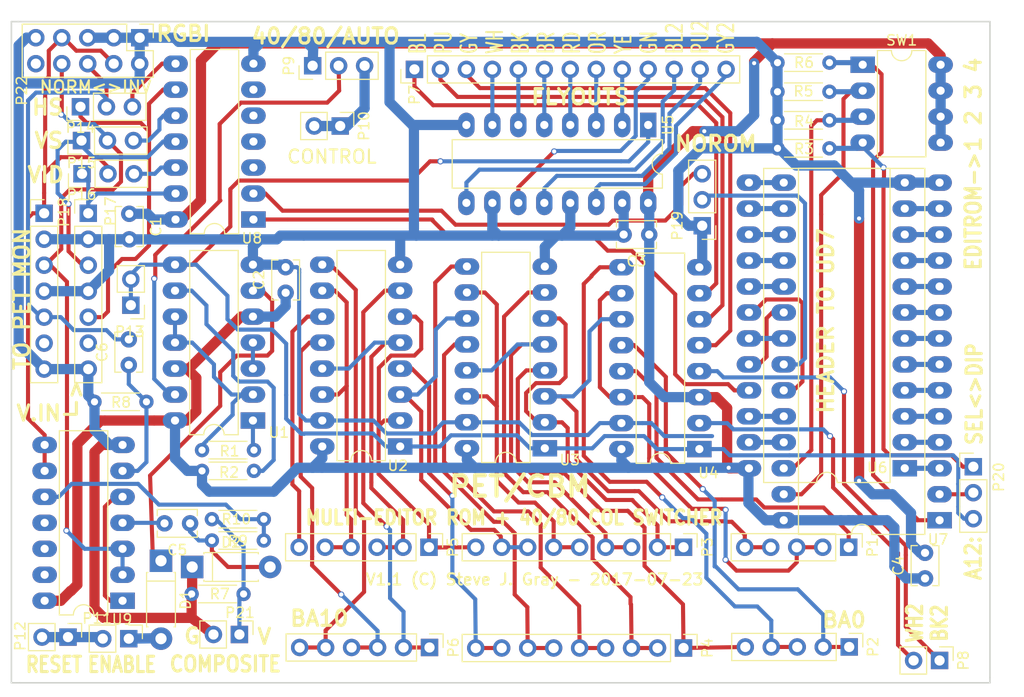
<source format=kicad_pcb>
(kicad_pcb (version 4) (host pcbnew 4.0.6)
  (layers (0 F.Cu signal) (31 B.Cu signal) (34 B.Paste user hide) (35 F.Paste user hide) (36 B.SilkS user hide) (37 F.SilkS user) (38 B.Mask user) (39 F.Mask user) (44 Edge.Cuts user))
  (net 0 "")
  (net 1 5V)
  (net 2 GND)
  (net 3 "Net-(D1-Pad1)")
  (net 4 "Net-(D1-Pad2)")
  (net 5 BB0)
  (net 6 BB1)
  (net 7 BB2)
  (net 8 BA0)
  (net 9 BA1)
  (net 10 BA2)
  (net 11 BB3)
  (net 12 BB4)
  (net 13 BB5)
  (net 14 BB6)
  (net 15 BB7)
  (net 16 BA3)
  (net 17 BA4)
  (net 18 BA5)
  (net 19 BA6)
  (net 20 BB8)
  (net 21 BB9)
  (net 22 BB10)
  (net 23 BA7)
  (net 24 BA8)
  (net 25 BA9)
  (net 26 BLUE)
  (net 27 PURPLE)
  (net 28 GREY)
  (net 29 WHITE)
  (net 30 BLACK)
  (net 31 BROWN)
  (net 32 RED)
  (net 33 ORANGE)
  (net 34 YELLOW)
  (net 35 GREEN)
  (net 36 BLUE2)
  (net 37 PURPLE2)
  (net 38 GREY2)
  (net 39 BLACK2)
  (net 40 WHITE2)
  (net 41 "Net-(P9-Pad2)")
  (net 42 SEL)
  (net 43 "Net-(R1-Pad1)")
  (net 44 "Net-(R1-Pad2)")
  (net 45 "Net-(R2-Pad1)")
  (net 46 "Net-(U1-Pad3)")
  (net 47 "Net-(C5-Pad1)")
  (net 48 "Net-(C5-Pad2)")
  (net 49 "Net-(C6-Pad1)")
  (net 50 HSOUT)
  (net 51 "Net-(P10-Pad1)")
  (net 52 "Net-(P11-Pad2)")
  (net 53 HSYNC)
  (net 54 "Net-(P14-Pad3)")
  (net 55 VSYNC)
  (net 56 VSOUT)
  (net 57 "Net-(P15-Pad3)")
  (net 58 VIDEO)
  (net 59 VIDOUT)
  (net 60 "Net-(P16-Pad3)")
  (net 61 "Net-(P17-Pad6)")
  (net 62 "Net-(P18-Pad6)")
  (net 63 "Net-(P19-Pad2)")
  (net 64 ~OE)
  (net 65 "Net-(P20-Pad1)")
  (net 66 A12)
  (net 67 "Net-(P21-Pad1)")
  (net 68 A13)
  (net 69 A14)
  (net 70 A15)
  (net 71 "Net-(R10-Pad2)")
  (net 72 A7)
  (net 73 D3)
  (net 74 A6)
  (net 75 D4)
  (net 76 A5)
  (net 77 D5)
  (net 78 A4)
  (net 79 D6)
  (net 80 A3)
  (net 81 D7)
  (net 82 A2)
  (net 83 A11)
  (net 84 A1)
  (net 85 A10)
  (net 86 A0)
  (net 87 ~CS)
  (net 88 D0)
  (net 89 "Net-(U6-Pad21)")
  (net 90 D1)
  (net 91 A9)
  (net 92 D2)
  (net 93 A8)
  (net 94 "Net-(U8-Pad3)")
  (net 95 "Net-(U8-Pad4)")
  (net 96 "Net-(U8-Pad5)")
  (net 97 "Net-(U8-Pad6)")
  (net 98 "Net-(U9-Pad1)")
  (net 99 "Net-(U9-Pad11)")
  (net 100 "Net-(U9-Pad12)")
  (net 101 "Net-(U9-Pad13)")
  (net 102 "Net-(P22-Pad10)")
  (module Pin_Headers:Pin_Header_Straight_1x05_Pitch2.54mm (layer F.Cu) (at 195.1736 97.79 270)
    (fp_text reference P1 (at 0 -2.33 270) (layer F.SilkS))
    (fp_text value BLOCK1A)
    (pad 1 thru_hole rect (at 0 0 270) (size 1.7 1.7) (drill 1) (layers *.Cu *.Mask) (net 5 BB0))
    (pad 2 thru_hole oval (at 0 2.54 270) (size 1.7 1.7) (drill 1) (layers *.Cu *.Mask) (net 6 BB1))
    (pad 3 thru_hole oval (at 0 5.08 270) (size 1.7 1.7) (drill 1) (layers *.Cu *.Mask) (net 6 BB1))
    (pad 4 thru_hole oval (at 0 7.62 270) (size 1.7 1.7) (drill 1) (layers *.Cu *.Mask) (net 7 BB2))
    (pad 5 thru_hole oval (at 0 10.16 270) (size 1.7 1.7) (drill 1) (layers *.Cu *.Mask) (net 7 BB2))
  )
  (module Pin_Headers:Pin_Header_Straight_1x05_Pitch2.54mm (layer F.Cu) (at 195.2244 107.5436 270)
    (fp_text reference P2 (at 0 -2.33 270) (layer F.SilkS))
    (fp_text value BLOCK1B)
    (pad 1 thru_hole rect (at 0 0 270) (size 1.7 1.7) (drill 1) (layers *.Cu *.Mask) (net 8 BA0))
    (pad 2 thru_hole oval (at 0 2.54 270) (size 1.7 1.7) (drill 1) (layers *.Cu *.Mask) (net 8 BA0))
    (pad 3 thru_hole oval (at 0 5.08 270) (size 1.7 1.7) (drill 1) (layers *.Cu *.Mask) (net 9 BA1))
    (pad 4 thru_hole oval (at 0 7.62 270) (size 1.7 1.7) (drill 1) (layers *.Cu *.Mask) (net 9 BA1))
    (pad 5 thru_hole oval (at 0 10.16 270) (size 1.7 1.7) (drill 1) (layers *.Cu *.Mask) (net 10 BA2))
  )
  (module Pin_Headers:Pin_Header_Straight_1x09_Pitch2.54mm (layer F.Cu) (at 179.0192 97.79 270)
    (fp_text reference P3 (at 0 -2.33 270) (layer F.SilkS))
    (fp_text value BLOCK2A)
    (pad 1 thru_hole rect (at 0 0 270) (size 1.7 1.7) (drill 1) (layers *.Cu *.Mask) (net 11 BB3))
    (pad 2 thru_hole oval (at 0 2.54 270) (size 1.7 1.7) (drill 1) (layers *.Cu *.Mask) (net 11 BB3))
    (pad 3 thru_hole oval (at 0 5.08 270) (size 1.7 1.7) (drill 1) (layers *.Cu *.Mask) (net 12 BB4))
    (pad 4 thru_hole oval (at 0 7.62 270) (size 1.7 1.7) (drill 1) (layers *.Cu *.Mask) (net 12 BB4))
    (pad 5 thru_hole oval (at 0 10.16 270) (size 1.7 1.7) (drill 1) (layers *.Cu *.Mask) (net 13 BB5))
    (pad 6 thru_hole oval (at 0 12.7 270) (size 1.7 1.7) (drill 1) (layers *.Cu *.Mask) (net 13 BB5))
    (pad 7 thru_hole oval (at 0 15.24 270) (size 1.7 1.7) (drill 1) (layers *.Cu *.Mask) (net 14 BB6))
    (pad 8 thru_hole oval (at 0 17.78 270) (size 1.7 1.7) (drill 1) (layers *.Cu *.Mask) (net 14 BB6))
    (pad 9 thru_hole oval (at 0 20.32 270) (size 1.7 1.7) (drill 1) (layers *.Cu *.Mask) (net 15 BB7))
  )
  (module Pin_Headers:Pin_Header_Straight_1x09_Pitch2.54mm (layer F.Cu) (at 179.0192 107.6452 270)
    (fp_text reference P4 (at 0 -2.33 270) (layer F.SilkS))
    (fp_text value BLOCK2B)
    (pad 1 thru_hole rect (at 0 0 270) (size 1.7 1.7) (drill 1) (layers *.Cu *.Mask) (net 10 BA2))
    (pad 2 thru_hole oval (at 0 2.54 270) (size 1.7 1.7) (drill 1) (layers *.Cu *.Mask) (net 16 BA3))
    (pad 3 thru_hole oval (at 0 5.08 270) (size 1.7 1.7) (drill 1) (layers *.Cu *.Mask) (net 16 BA3))
    (pad 4 thru_hole oval (at 0 7.62 270) (size 1.7 1.7) (drill 1) (layers *.Cu *.Mask) (net 17 BA4))
    (pad 5 thru_hole oval (at 0 10.16 270) (size 1.7 1.7) (drill 1) (layers *.Cu *.Mask) (net 17 BA4))
    (pad 6 thru_hole oval (at 0 12.7 270) (size 1.7 1.7) (drill 1) (layers *.Cu *.Mask) (net 18 BA5))
    (pad 7 thru_hole oval (at 0 15.24 270) (size 1.7 1.7) (drill 1) (layers *.Cu *.Mask) (net 18 BA5))
    (pad 8 thru_hole oval (at 0 17.78 270) (size 1.7 1.7) (drill 1) (layers *.Cu *.Mask) (net 19 BA6))
    (pad 9 thru_hole oval (at 0 20.32 270) (size 1.7 1.7) (drill 1) (layers *.Cu *.Mask) (net 19 BA6))
  )
  (module Pin_Headers:Pin_Header_Straight_1x06_Pitch2.54mm (layer F.Cu) (at 154.1272 97.79 270)
    (fp_text reference P5 (at 0 -2.33 270) (layer F.SilkS))
    (fp_text value BLOCK3A)
    (pad 1 thru_hole rect (at 0 0 270) (size 1.7 1.7) (drill 1) (layers *.Cu *.Mask) (net 15 BB7))
    (pad 2 thru_hole oval (at 0 2.54 270) (size 1.7 1.7) (drill 1) (layers *.Cu *.Mask) (net 20 BB8))
    (pad 3 thru_hole oval (at 0 5.08 270) (size 1.7 1.7) (drill 1) (layers *.Cu *.Mask) (net 20 BB8))
    (pad 4 thru_hole oval (at 0 7.62 270) (size 1.7 1.7) (drill 1) (layers *.Cu *.Mask) (net 21 BB9))
    (pad 5 thru_hole oval (at 0 10.16 270) (size 1.7 1.7) (drill 1) (layers *.Cu *.Mask) (net 21 BB9))
    (pad 6 thru_hole oval (at 0 12.7 270) (size 1.7 1.7) (drill 1) (layers *.Cu *.Mask) (net 22 BB10))
  )
  (module Pin_Headers:Pin_Header_Straight_1x06_Pitch2.54mm (layer F.Cu) (at 154.178 107.5944 270)
    (fp_text reference P6 (at 0 -2.33 270) (layer F.SilkS))
    (fp_text value BLOCK3B)
    (pad 1 thru_hole rect (at 0 0 270) (size 1.7 1.7) (drill 1) (layers *.Cu *.Mask) (net 23 BA7))
    (pad 2 thru_hole oval (at 0 2.54 270) (size 1.7 1.7) (drill 1) (layers *.Cu *.Mask) (net 23 BA7))
    (pad 3 thru_hole oval (at 0 5.08 270) (size 1.7 1.7) (drill 1) (layers *.Cu *.Mask) (net 24 BA8))
    (pad 4 thru_hole oval (at 0 7.62 270) (size 1.7 1.7) (drill 1) (layers *.Cu *.Mask) (net 24 BA8))
    (pad 5 thru_hole oval (at 0 10.16 270) (size 1.7 1.7) (drill 1) (layers *.Cu *.Mask) (net 25 BA9))
    (pad 6 thru_hole oval (at 0 12.7 270) (size 1.7 1.7) (drill 1) (layers *.Cu *.Mask) (net 25 BA9))
  )
  (module Pin_Headers:Pin_Header_Straight_1x13_Pitch2.54mm (layer F.Cu) (at 152.7048 51.054 90)
    (fp_text reference P7 (at -2.4892 0 90) (layer F.SilkS))
    (fp_text value FLYOUTS)
    (pad 1 thru_hole rect (at 0 0 90) (size 1.7 1.7) (drill 1) (layers *.Cu *.Mask) (net 26 BLUE))
    (pad 2 thru_hole oval (at 0 2.54 90) (size 1.7 1.7) (drill 1) (layers *.Cu *.Mask) (net 27 PURPLE))
    (pad 3 thru_hole oval (at 0 5.08 90) (size 1.7 1.7) (drill 1) (layers *.Cu *.Mask) (net 28 GREY))
    (pad 4 thru_hole oval (at 0 7.62 90) (size 1.7 1.7) (drill 1) (layers *.Cu *.Mask) (net 29 WHITE))
    (pad 5 thru_hole oval (at 0 10.16 90) (size 1.7 1.7) (drill 1) (layers *.Cu *.Mask) (net 30 BLACK))
    (pad 6 thru_hole oval (at 0 12.7 90) (size 1.7 1.7) (drill 1) (layers *.Cu *.Mask) (net 31 BROWN))
    (pad 7 thru_hole oval (at 0 15.24 90) (size 1.7 1.7) (drill 1) (layers *.Cu *.Mask) (net 32 RED))
    (pad 8 thru_hole oval (at 0 17.78 90) (size 1.7 1.7) (drill 1) (layers *.Cu *.Mask) (net 33 ORANGE))
    (pad 9 thru_hole oval (at 0 20.32 90) (size 1.7 1.7) (drill 1) (layers *.Cu *.Mask) (net 34 YELLOW))
    (pad 10 thru_hole oval (at 0 22.86 90) (size 1.7 1.7) (drill 1) (layers *.Cu *.Mask) (net 35 GREEN))
    (pad 11 thru_hole oval (at 0 25.4 90) (size 1.7 1.7) (drill 1) (layers *.Cu *.Mask) (net 36 BLUE2))
    (pad 12 thru_hole oval (at 0 27.94 90) (size 1.7 1.7) (drill 1) (layers *.Cu *.Mask) (net 37 PURPLE2))
    (pad 13 thru_hole oval (at 0 30.48 90) (size 1.7 1.7) (drill 1) (layers *.Cu *.Mask) (net 38 GREY2))
  )
  (module Pin_Headers:Pin_Header_Straight_1x02_Pitch2.54mm (layer F.Cu) (at 204.0636 108.8644 270)
    (fp_text reference P8 (at 0 -2.33 270) (layer F.SilkS))
    (fp_text value FLYOUTS2)
    (pad 1 thru_hole rect (at 0 0 270) (size 1.7 1.7) (drill 1) (layers *.Cu *.Mask) (net 39 BLACK2))
    (pad 2 thru_hole oval (at 0 2.54 270) (size 1.7 1.7) (drill 1) (layers *.Cu *.Mask) (net 40 WHITE2))
  )
  (module Pin_Headers:Pin_Header_Straight_1x02_Pitch2.54mm (layer F.Cu) (at 145.4404 56.5912 270)
    (fp_text reference P10 (at 0 -2.33 270) (layer F.SilkS))
    (fp_text value SOFT_SWITCH)
    (pad 1 thru_hole rect (at 0 0 270) (size 1.7 1.7) (drill 1) (layers *.Cu *.Mask) (net 51 "Net-(P10-Pad1)"))
    (pad 2 thru_hole oval (at 0 2.54 270) (size 1.7 1.7) (drill 1) (layers *.Cu *.Mask) (net 51 "Net-(P10-Pad1)"))
  )
  (module Pin_Headers:Pin_Header_Straight_1x02_Pitch2.54mm (layer F.Cu) (at 124.7648 106.7308 270)
    (fp_text reference P11 (at -1.9812 3.0988 540) (layer F.SilkS))
    (fp_text value RESET_ENABLE)
    (pad 1 thru_hole rect (at 0 0 270) (size 1.7 1.7) (drill 1) (layers *.Cu *.Mask) (net 4 "Net-(D1-Pad2)"))
    (pad 2 thru_hole oval (at 0 2.54 270) (size 1.7 1.7) (drill 1) (layers *.Cu *.Mask) (net 52 "Net-(P11-Pad2)"))
  )
  (module Pin_Headers:Pin_Header_Straight_1x02_Pitch2.54mm (layer F.Cu) (at 118.8212 106.5784 270)
    (fp_text reference P12 (at -0.1016 4.6736 450) (layer F.SilkS))
    (fp_text value 555PIN2)
    (pad 1 thru_hole rect (at 0 0 270) (size 1.7 1.7) (drill 1) (layers *.Cu *.Mask) (net 52 "Net-(P11-Pad2)"))
    (pad 2 thru_hole oval (at 0 2.54 270) (size 1.7 1.7) (drill 1) (layers *.Cu *.Mask) (net 52 "Net-(P11-Pad2)"))
  )
  (module Pin_Headers:Pin_Header_Straight_1x02_Pitch2.54mm (layer F.Cu) (at 124.968 74.1172 180)
    (fp_text reference P13 (at 0.1016 -2.5908 360) (layer F.SilkS))
    (fp_text value UD7PIN18)
    (pad 1 thru_hole rect (at 0 0 180) (size 1.7 1.7) (drill 1) (layers *.Cu *.Mask) (net 42 SEL))
    (pad 2 thru_hole oval (at 0 2.54 180) (size 1.7 1.7) (drill 1) (layers *.Cu *.Mask) (net 42 SEL))
  )
  (module Housings_DIP:DIP-14_W7.62mm_LongPads (layer F.Cu) (at 136.906 85.3948 180)
    (fp_text reference U1 (at -2.54 -1.1684 180) (layer F.SilkS))
    (fp_text value 74LS86)
    (pad 1 thru_hole rect (at 0 0 180) (size 2.4 1.6) (drill 0.8) (layers *.Cu *.Mask) (net 43 "Net-(R1-Pad1)"))
    (pad 8 thru_hole oval (at 7.62 15.24 180) (size 2.4 1.6) (drill 0.8) (layers *.Cu *.Mask) (net 42 SEL))
    (pad 2 thru_hole oval (at 0 2.54 180) (size 2.4 1.6) (drill 0.8) (layers *.Cu *.Mask) (net 44 "Net-(R1-Pad2)"))
    (pad 9 thru_hole oval (at 7.62 12.7 180) (size 2.4 1.6) (drill 0.8) (layers *.Cu *.Mask) (net 45 "Net-(R2-Pad1)"))
    (pad 3 thru_hole oval (at 0 5.08 180) (size 2.4 1.6) (drill 0.8) (layers *.Cu *.Mask) (net 46 "Net-(U1-Pad3)"))
    (pad 10 thru_hole oval (at 7.62 10.16 180) (size 2.4 1.6) (drill 0.8) (layers *.Cu *.Mask) (net 44 "Net-(R1-Pad2)"))
    (pad 4 thru_hole oval (at 0 7.62 180) (size 2.4 1.6) (drill 0.8) (layers *.Cu *.Mask) (net 46 "Net-(U1-Pad3)"))
    (pad 11 thru_hole oval (at 7.62 7.62 180) (size 2.4 1.6) (drill 0.8) (layers *.Cu *.Mask) (net 44 "Net-(R1-Pad2)"))
    (pad 5 thru_hole oval (at 0 10.16 180) (size 2.4 1.6) (drill 0.8) (layers *.Cu *.Mask) (net 1 5V))
    (pad 12 thru_hole oval (at 7.62 5.08 180) (size 2.4 1.6) (drill 0.8) (layers *.Cu *.Mask) (net 1 5V))
    (pad 6 thru_hole oval (at 0 12.7 180) (size 2.4 1.6) (drill 0.8) (layers *.Cu *.Mask) (net 3 "Net-(D1-Pad1)"))
    (pad 13 thru_hole oval (at 7.62 2.54 180) (size 2.4 1.6) (drill 0.8) (layers *.Cu *.Mask) (net 41 "Net-(P9-Pad2)"))
    (pad 7 thru_hole oval (at 0 15.24 180) (size 2.4 1.6) (drill 0.8) (layers *.Cu *.Mask) (net 2 GND))
    (pad 14 thru_hole oval (at 7.62 0 180) (size 2.4 1.6) (drill 0.8) (layers *.Cu *.Mask) (net 1 5V))
  )
  (module Housings_DIP:DIP-16_W7.62mm_LongPads (layer F.Cu) (at 151.3078 87.9348 180)
    (fp_text reference U2 (at 0.2286 -1.8796 180) (layer F.SilkS))
    (fp_text value 74LS157)
    (pad 1 thru_hole rect (at 0 0 180) (size 2.4 1.6) (drill 0.8) (layers *.Cu *.Mask) (net 42 SEL))
    (pad 9 thru_hole oval (at 7.62 17.78 180) (size 2.4 1.6) (drill 0.8) (layers *.Cu *.Mask) (net 25 BA9))
    (pad 2 thru_hole oval (at 0 2.54 180) (size 2.4 1.6) (drill 0.8) (layers *.Cu *.Mask) (net 15 BB7))
    (pad 10 thru_hole oval (at 7.62 15.24 180) (size 2.4 1.6) (drill 0.8) (layers *.Cu *.Mask) (net 21 BB9))
    (pad 3 thru_hole oval (at 0 5.08 180) (size 2.4 1.6) (drill 0.8) (layers *.Cu *.Mask) (net 14 BB6))
    (pad 11 thru_hole oval (at 7.62 12.7 180) (size 2.4 1.6) (drill 0.8) (layers *.Cu *.Mask) (net 22 BB10))
    (pad 4 thru_hole oval (at 0 7.62 180) (size 2.4 1.6) (drill 0.8) (layers *.Cu *.Mask) (net 19 BA6))
    (pad 12 thru_hole oval (at 7.62 10.16 180) (size 2.4 1.6) (drill 0.8) (layers *.Cu *.Mask) (net 24 BA8))
    (pad 5 thru_hole oval (at 0 10.16 180) (size 2.4 1.6) (drill 0.8) (layers *.Cu *.Mask) (net 20 BB8))
    (pad 13 thru_hole oval (at 7.62 7.62 180) (size 2.4 1.6) (drill 0.8) (layers *.Cu *.Mask) (net 20 BB8))
    (pad 6 thru_hole oval (at 0 12.7 180) (size 2.4 1.6) (drill 0.8) (layers *.Cu *.Mask) (net 15 BB7))
    (pad 14 thru_hole oval (at 7.62 5.08 180) (size 2.4 1.6) (drill 0.8) (layers *.Cu *.Mask) (net 21 BB9))
    (pad 7 thru_hole oval (at 0 15.24 180) (size 2.4 1.6) (drill 0.8) (layers *.Cu *.Mask) (net 23 BA7))
    (pad 15 thru_hole oval (at 7.62 2.54 180) (size 2.4 1.6) (drill 0.8) (layers *.Cu *.Mask) (net 2 GND))
    (pad 8 thru_hole oval (at 0 17.78 180) (size 2.4 1.6) (drill 0.8) (layers *.Cu *.Mask) (net 2 GND))
    (pad 16 thru_hole oval (at 7.62 0 180) (size 2.4 1.6) (drill 0.8) (layers *.Cu *.Mask) (net 1 5V))
  )
  (module Housings_DIP:DIP-16_W7.62mm_LongPads (layer F.Cu) (at 165.4556 88.1126 180)
    (fp_text reference U3 (at -2.4384 -1.143 180) (layer F.SilkS))
    (fp_text value 74LS157)
    (pad 1 thru_hole rect (at 0 0 180) (size 2.4 1.6) (drill 0.8) (layers *.Cu *.Mask) (net 42 SEL))
    (pad 9 thru_hole oval (at 7.62 17.78 180) (size 2.4 1.6) (drill 0.8) (layers *.Cu *.Mask) (net 18 BA5))
    (pad 2 thru_hole oval (at 0 2.54 180) (size 2.4 1.6) (drill 0.8) (layers *.Cu *.Mask) (net 11 BB3))
    (pad 10 thru_hole oval (at 7.62 15.24 180) (size 2.4 1.6) (drill 0.8) (layers *.Cu *.Mask) (net 13 BB5))
    (pad 3 thru_hole oval (at 0 5.08 180) (size 2.4 1.6) (drill 0.8) (layers *.Cu *.Mask) (net 7 BB2))
    (pad 11 thru_hole oval (at 7.62 12.7 180) (size 2.4 1.6) (drill 0.8) (layers *.Cu *.Mask) (net 14 BB6))
    (pad 4 thru_hole oval (at 0 7.62 180) (size 2.4 1.6) (drill 0.8) (layers *.Cu *.Mask) (net 10 BA2))
    (pad 12 thru_hole oval (at 7.62 10.16 180) (size 2.4 1.6) (drill 0.8) (layers *.Cu *.Mask) (net 17 BA4))
    (pad 5 thru_hole oval (at 0 10.16 180) (size 2.4 1.6) (drill 0.8) (layers *.Cu *.Mask) (net 12 BB4))
    (pad 13 thru_hole oval (at 7.62 7.62 180) (size 2.4 1.6) (drill 0.8) (layers *.Cu *.Mask) (net 12 BB4))
    (pad 6 thru_hole oval (at 0 12.7 180) (size 2.4 1.6) (drill 0.8) (layers *.Cu *.Mask) (net 11 BB3))
    (pad 14 thru_hole oval (at 7.62 5.08 180) (size 2.4 1.6) (drill 0.8) (layers *.Cu *.Mask) (net 13 BB5))
    (pad 7 thru_hole oval (at 0 15.24 180) (size 2.4 1.6) (drill 0.8) (layers *.Cu *.Mask) (net 16 BA3))
    (pad 15 thru_hole oval (at 7.62 2.54 180) (size 2.4 1.6) (drill 0.8) (layers *.Cu *.Mask) (net 2 GND))
    (pad 8 thru_hole oval (at 0 17.78 180) (size 2.4 1.6) (drill 0.8) (layers *.Cu *.Mask) (net 2 GND))
    (pad 16 thru_hole oval (at 7.62 0 180) (size 2.4 1.6) (drill 0.8) (layers *.Cu *.Mask) (net 1 5V))
  )
  (module Housings_DIP:DIP-16_W7.62mm_LongPads (layer F.Cu) (at 180.5686 88.1888 180)
    (fp_text reference U4 (at -0.889 -2.3368 180) (layer F.SilkS))
    (fp_text value 74LS157)
    (pad 1 thru_hole rect (at 0 0 180) (size 2.4 1.6) (drill 0.8) (layers *.Cu *.Mask) (net 42 SEL))
    (pad 9 thru_hole oval (at 7.62 17.78 180) (size 2.4 1.6) (drill 0.8) (layers *.Cu *.Mask) (net 9 BA1))
    (pad 2 thru_hole oval (at 0 2.54 180) (size 2.4 1.6) (drill 0.8) (layers *.Cu *.Mask) (net 40 WHITE2))
    (pad 10 thru_hole oval (at 7.62 15.24 180) (size 2.4 1.6) (drill 0.8) (layers *.Cu *.Mask) (net 6 BB1))
    (pad 3 thru_hole oval (at 0 5.08 180) (size 2.4 1.6) (drill 0.8) (layers *.Cu *.Mask) (net 1 5V))
    (pad 11 thru_hole oval (at 7.62 12.7 180) (size 2.4 1.6) (drill 0.8) (layers *.Cu *.Mask) (net 7 BB2))
    (pad 4 thru_hole oval (at 0 7.62 180) (size 2.4 1.6) (drill 0.8) (layers *.Cu *.Mask) (net 39 BLACK2))
    (pad 12 thru_hole oval (at 7.62 10.16 180) (size 2.4 1.6) (drill 0.8) (layers *.Cu *.Mask) (net 8 BA0))
    (pad 5 thru_hole oval (at 0 10.16 180) (size 2.4 1.6) (drill 0.8) (layers *.Cu *.Mask) (net 28 GREY))
    (pad 13 thru_hole oval (at 7.62 7.62 180) (size 2.4 1.6) (drill 0.8) (layers *.Cu *.Mask) (net 5 BB0))
    (pad 6 thru_hole oval (at 0 12.7 180) (size 2.4 1.6) (drill 0.8) (layers *.Cu *.Mask) (net 27 PURPLE))
    (pad 14 thru_hole oval (at 7.62 5.08 180) (size 2.4 1.6) (drill 0.8) (layers *.Cu *.Mask) (net 6 BB1))
    (pad 7 thru_hole oval (at 0 15.24 180) (size 2.4 1.6) (drill 0.8) (layers *.Cu *.Mask) (net 26 BLUE))
    (pad 15 thru_hole oval (at 7.62 2.54 180) (size 2.4 1.6) (drill 0.8) (layers *.Cu *.Mask) (net 2 GND))
    (pad 8 thru_hole oval (at 0 17.78 180) (size 2.4 1.6) (drill 0.8) (layers *.Cu *.Mask) (net 2 GND))
    (pad 16 thru_hole oval (at 7.62 0 180) (size 2.4 1.6) (drill 0.8) (layers *.Cu *.Mask) (net 1 5V))
  )
  (module Housings_DIP:DIP-16_W7.62mm_LongPads (layer F.Cu) (at 175.5648 56.4896 270)
    (fp_text reference U5 (at 0 -1.9304 270) (layer F.SilkS))
    (fp_text value 74LS157)
    (pad 1 thru_hole rect (at 0 0 270) (size 2.4 1.6) (drill 0.8) (layers *.Cu *.Mask) (net 42 SEL))
    (pad 9 thru_hole oval (at 7.62 17.78 270) (size 2.4 1.6) (drill 0.8) (layers *.Cu *.Mask) (net 36 BLUE2))
    (pad 2 thru_hole oval (at 0 2.54 270) (size 2.4 1.6) (drill 0.8) (layers *.Cu *.Mask) (net 34 YELLOW))
    (pad 10 thru_hole oval (at 7.62 15.24 270) (size 2.4 1.6) (drill 0.8) (layers *.Cu *.Mask) (net 2 GND))
    (pad 3 thru_hole oval (at 0 5.08 270) (size 2.4 1.6) (drill 0.8) (layers *.Cu *.Mask) (net 33 ORANGE))
    (pad 11 thru_hole oval (at 7.62 12.7 270) (size 2.4 1.6) (drill 0.8) (layers *.Cu *.Mask) (net 35 GREEN))
    (pad 4 thru_hole oval (at 0 7.62 270) (size 2.4 1.6) (drill 0.8) (layers *.Cu *.Mask) (net 32 RED))
    (pad 12 thru_hole oval (at 7.62 10.16 270) (size 2.4 1.6) (drill 0.8) (layers *.Cu *.Mask) (net 37 PURPLE2))
    (pad 5 thru_hole oval (at 0 10.16 270) (size 2.4 1.6) (drill 0.8) (layers *.Cu *.Mask) (net 31 BROWN))
    (pad 13 thru_hole oval (at 7.62 7.62 270) (size 2.4 1.6) (drill 0.8) (layers *.Cu *.Mask) (net 2 GND))
    (pad 6 thru_hole oval (at 0 12.7 270) (size 2.4 1.6) (drill 0.8) (layers *.Cu *.Mask) (net 30 BLACK))
    (pad 14 thru_hole oval (at 7.62 5.08 270) (size 2.4 1.6) (drill 0.8) (layers *.Cu *.Mask) (net 38 GREY2))
    (pad 7 thru_hole oval (at 0 15.24 270) (size 2.4 1.6) (drill 0.8) (layers *.Cu *.Mask) (net 29 WHITE))
    (pad 15 thru_hole oval (at 7.62 2.54 270) (size 2.4 1.6) (drill 0.8) (layers *.Cu *.Mask) (net 2 GND))
    (pad 8 thru_hole oval (at 0 17.78 270) (size 2.4 1.6) (drill 0.8) (layers *.Cu *.Mask) (net 2 GND))
    (pad 16 thru_hole oval (at 7.62 0 270) (size 2.4 1.6) (drill 0.8) (layers *.Cu *.Mask) (net 1 5V))
  )
  (module Pin_Headers:Pin_Header_Straight_1x03_Pitch2.54mm (layer F.Cu) (at 120.0404 54.7116 90)
    (fp_text reference P14 (at -2.032 0 180) (layer F.SilkS))
    (fp_text value H-SYNC)
    (pad 1 thru_hole rect (at 0 0 90) (size 1.7 1.7) (drill 1) (layers *.Cu *.Mask) (net 53 HSYNC))
    (pad 2 thru_hole oval (at 0 2.54 90) (size 1.7 1.7) (drill 1) (layers *.Cu *.Mask) (net 50 HSOUT))
    (pad 3 thru_hole oval (at 0 5.08 90) (size 1.7 1.7) (drill 1) (layers *.Cu *.Mask) (net 54 "Net-(P14-Pad3)"))
  )
  (module Pin_Headers:Pin_Header_Straight_1x03_Pitch2.54mm (layer F.Cu) (at 120.142 58.0136 90)
    (fp_text reference P15 (at -2.1844 0 180) (layer F.SilkS))
    (fp_text value V-SYNC)
    (pad 1 thru_hole rect (at 0 0 90) (size 1.7 1.7) (drill 1) (layers *.Cu *.Mask) (net 55 VSYNC))
    (pad 2 thru_hole oval (at 0 2.54 90) (size 1.7 1.7) (drill 1) (layers *.Cu *.Mask) (net 56 VSOUT))
    (pad 3 thru_hole oval (at 0 5.08 90) (size 1.7 1.7) (drill 1) (layers *.Cu *.Mask) (net 57 "Net-(P15-Pad3)"))
  )
  (module Pin_Headers:Pin_Header_Straight_1x03_Pitch2.54mm (layer F.Cu) (at 120.1928 61.2648 90)
    (fp_text reference P16 (at -2.032 -0.0508 180) (layer F.SilkS))
    (fp_text value VIDEO)
    (pad 1 thru_hole rect (at 0 0 90) (size 1.7 1.7) (drill 1) (layers *.Cu *.Mask) (net 58 VIDEO))
    (pad 2 thru_hole oval (at 0 2.54 90) (size 1.7 1.7) (drill 1) (layers *.Cu *.Mask) (net 59 VIDOUT))
    (pad 3 thru_hole oval (at 0 5.08 90) (size 1.7 1.7) (drill 1) (layers *.Cu *.Mask) (net 60 "Net-(P16-Pad3)"))
  )
  (module Pin_Headers:Pin_Header_Straight_1x07_Pitch2.54mm (layer F.Cu) (at 120.8024 65.1256)
    (fp_text reference P17 (at 2.1844 -0.2032 90) (layer F.SilkS))
    (fp_text value VIDEO-IN)
    (pad 1 thru_hole rect (at 0 0) (size 1.7 1.7) (drill 1) (layers *.Cu *.Mask) (net 58 VIDEO))
    (pad 2 thru_hole oval (at 0 2.54) (size 1.7 1.7) (drill 1) (layers *.Cu *.Mask) (net 2 GND))
    (pad 3 thru_hole oval (at 0 5.08) (size 1.7 1.7) (drill 1) (layers *.Cu *.Mask) (net 55 VSYNC))
    (pad 4 thru_hole oval (at 0 7.62) (size 1.7 1.7) (drill 1) (layers *.Cu *.Mask) (net 2 GND))
    (pad 5 thru_hole oval (at 0 10.16) (size 1.7 1.7) (drill 1) (layers *.Cu *.Mask) (net 53 HSYNC))
    (pad 6 thru_hole oval (at 0 12.7) (size 1.7 1.7) (drill 1) (layers *.Cu *.Mask) (net 61 "Net-(P17-Pad6)"))
    (pad 7 thru_hole oval (at 0 15.24) (size 1.7 1.7) (drill 1) (layers *.Cu *.Mask) (net 2 GND))
  )
  (module Pin_Headers:Pin_Header_Straight_1x07_Pitch2.54mm (layer F.Cu) (at 116.4844 65.1256)
    (fp_text reference P18 (at 1.9304 -0.1016 90) (layer F.SilkS))
    (fp_text value VIDEO-OUT)
    (pad 1 thru_hole rect (at 0 0) (size 1.7 1.7) (drill 1) (layers *.Cu *.Mask) (net 59 VIDOUT))
    (pad 2 thru_hole oval (at 0 2.54) (size 1.7 1.7) (drill 1) (layers *.Cu *.Mask) (net 2 GND))
    (pad 3 thru_hole oval (at 0 5.08) (size 1.7 1.7) (drill 1) (layers *.Cu *.Mask) (net 56 VSOUT))
    (pad 4 thru_hole oval (at 0 7.62) (size 1.7 1.7) (drill 1) (layers *.Cu *.Mask) (net 2 GND))
    (pad 5 thru_hole oval (at 0 10.16) (size 1.7 1.7) (drill 1) (layers *.Cu *.Mask) (net 50 HSOUT))
    (pad 6 thru_hole oval (at 0 12.7) (size 1.7 1.7) (drill 1) (layers *.Cu *.Mask) (net 62 "Net-(P18-Pad6)"))
    (pad 7 thru_hole oval (at 0 15.24) (size 1.7 1.7) (drill 1) (layers *.Cu *.Mask) (net 2 GND))
  )
  (module Pin_Headers:Pin_Header_Straight_1x03_Pitch2.54mm (layer F.Cu) (at 180.848 66.3448 180)
    (fp_text reference P19 (at 2.4384 0 270) (layer F.SilkS))
    (fp_text value CONN_01X03)
    (pad 1 thru_hole rect (at 0 0 180) (size 1.7 1.7) (drill 1) (layers *.Cu *.Mask) (net 2 GND))
    (pad 2 thru_hole oval (at 0 2.54 180) (size 1.7 1.7) (drill 1) (layers *.Cu *.Mask) (net 63 "Net-(P19-Pad2)"))
    (pad 3 thru_hole oval (at 0 5.08 180) (size 1.7 1.7) (drill 1) (layers *.Cu *.Mask) (net 64 ~OE))
  )
  (module Pin_Headers:Pin_Header_Straight_1x03_Pitch2.54mm (layer F.Cu) (at 207.3656 89.916)
    (fp_text reference P20 (at 2.4892 1.016 90) (layer F.SilkS))
    (fp_text value CONN_01X03)
    (pad 1 thru_hole rect (at 0 0) (size 1.7 1.7) (drill 1) (layers *.Cu *.Mask) (net 65 "Net-(P20-Pad1)"))
    (pad 2 thru_hole oval (at 0 2.54) (size 1.7 1.7) (drill 1) (layers *.Cu *.Mask) (net 66 A12))
    (pad 3 thru_hole oval (at 0 5.08) (size 1.7 1.7) (drill 1) (layers *.Cu *.Mask) (net 42 SEL))
  )
  (module Pin_Headers:Pin_Header_Straight_1x02_Pitch2.54mm (layer F.Cu) (at 135.5852 106.3244 270)
    (fp_text reference P21 (at -2.1336 -0.0508 360) (layer F.SilkS))
    (fp_text value COMP-OUT)
    (pad 1 thru_hole rect (at 0 0 270) (size 1.7 1.7) (drill 1) (layers *.Cu *.Mask) (net 67 "Net-(P21-Pad1)"))
    (pad 2 thru_hole oval (at 0 2.54 270) (size 1.7 1.7) (drill 1) (layers *.Cu *.Mask) (net 2 GND))
  )
  (module Resistors_ThroughHole:R_Axial_DIN0204_L3.6mm_D1.6mm_P5.08mm_Horizontal (layer F.Cu) (at 188.214 58.7756)
    (fp_text reference R3 (at 2.5908 0.0508) (layer F.SilkS))
    (fp_text value 4.7K)
    (pad 1 thru_hole circle (at 0 0) (size 1.4 1.4) (drill 0.7) (layers *.Cu *.Mask) (net 2 GND))
    (pad 2 thru_hole oval (at 5.08 0) (size 1.4 1.4) (drill 0.7) (layers *.Cu *.Mask) (net 65 "Net-(P20-Pad1)"))
  )
  (module Resistors_ThroughHole:R_Axial_DIN0204_L3.6mm_D1.6mm_P5.08mm_Horizontal (layer F.Cu) (at 188.214 56.0324)
    (fp_text reference R4 (at 2.5908 0.1016) (layer F.SilkS))
    (fp_text value 4.7K)
    (pad 1 thru_hole circle (at 0 0) (size 1.4 1.4) (drill 0.7) (layers *.Cu *.Mask) (net 2 GND))
    (pad 2 thru_hole oval (at 5.08 0) (size 1.4 1.4) (drill 0.7) (layers *.Cu *.Mask) (net 68 A13))
  )
  (module Resistors_ThroughHole:R_Axial_DIN0204_L3.6mm_D1.6mm_P5.08mm_Horizontal (layer F.Cu) (at 188.214 53.2384)
    (fp_text reference R5 (at 2.54 -0.0508) (layer F.SilkS))
    (fp_text value 4.7K)
    (pad 1 thru_hole circle (at 0 0) (size 1.4 1.4) (drill 0.7) (layers *.Cu *.Mask) (net 2 GND))
    (pad 2 thru_hole oval (at 5.08 0) (size 1.4 1.4) (drill 0.7) (layers *.Cu *.Mask) (net 69 A14))
  )
  (module Housings_DIP:DIP-8_W7.62mm_LongPads (layer F.Cu) (at 196.5452 50.5968)
    (fp_text reference SW1 (at 3.81 -2.39) (layer F.SilkS))
    (fp_text value SW_DIP_4)
    (pad 1 thru_hole rect (at 0 0) (size 2.4 1.6) (drill 0.8) (layers *.Cu *.Mask) (net 70 A15))
    (pad 5 thru_hole oval (at 7.62 7.62) (size 2.4 1.6) (drill 0.8) (layers *.Cu *.Mask) (net 1 5V))
    (pad 2 thru_hole oval (at 0 2.54) (size 2.4 1.6) (drill 0.8) (layers *.Cu *.Mask) (net 69 A14))
    (pad 6 thru_hole oval (at 7.62 5.08) (size 2.4 1.6) (drill 0.8) (layers *.Cu *.Mask) (net 1 5V))
    (pad 3 thru_hole oval (at 0 5.08) (size 2.4 1.6) (drill 0.8) (layers *.Cu *.Mask) (net 68 A13))
    (pad 7 thru_hole oval (at 7.62 2.54) (size 2.4 1.6) (drill 0.8) (layers *.Cu *.Mask) (net 1 5V))
    (pad 4 thru_hole oval (at 0 7.62) (size 2.4 1.6) (drill 0.8) (layers *.Cu *.Mask) (net 65 "Net-(P20-Pad1)"))
    (pad 8 thru_hole oval (at 7.62 0) (size 2.4 1.6) (drill 0.8) (layers *.Cu *.Mask) (net 1 5V))
  )
  (module Housings_DIP:DIP-24_W15.24mm_LongPads (layer F.Cu) (at 200.66 90.0684 180)
    (fp_text reference U6 (at 2.6924 0.0508 180) (layer F.SilkS))
    (fp_text value 2332)
    (pad 1 thru_hole rect (at 0 0 180) (size 2.4 1.6) (drill 0.8) (layers *.Cu *.Mask) (net 72 A7))
    (pad 13 thru_hole oval (at 15.24 27.94 180) (size 2.4 1.6) (drill 0.8) (layers *.Cu *.Mask) (net 73 D3))
    (pad 2 thru_hole oval (at 0 2.54 180) (size 2.4 1.6) (drill 0.8) (layers *.Cu *.Mask) (net 74 A6))
    (pad 14 thru_hole oval (at 15.24 25.4 180) (size 2.4 1.6) (drill 0.8) (layers *.Cu *.Mask) (net 75 D4))
    (pad 3 thru_hole oval (at 0 5.08 180) (size 2.4 1.6) (drill 0.8) (layers *.Cu *.Mask) (net 76 A5))
    (pad 15 thru_hole oval (at 15.24 22.86 180) (size 2.4 1.6) (drill 0.8) (layers *.Cu *.Mask) (net 77 D5))
    (pad 4 thru_hole oval (at 0 7.62 180) (size 2.4 1.6) (drill 0.8) (layers *.Cu *.Mask) (net 78 A4))
    (pad 16 thru_hole oval (at 15.24 20.32 180) (size 2.4 1.6) (drill 0.8) (layers *.Cu *.Mask) (net 79 D6))
    (pad 5 thru_hole oval (at 0 10.16 180) (size 2.4 1.6) (drill 0.8) (layers *.Cu *.Mask) (net 80 A3))
    (pad 17 thru_hole oval (at 15.24 17.78 180) (size 2.4 1.6) (drill 0.8) (layers *.Cu *.Mask) (net 81 D7))
    (pad 6 thru_hole oval (at 0 12.7 180) (size 2.4 1.6) (drill 0.8) (layers *.Cu *.Mask) (net 82 A2))
    (pad 18 thru_hole oval (at 15.24 15.24 180) (size 2.4 1.6) (drill 0.8) (layers *.Cu *.Mask) (net 83 A11))
    (pad 7 thru_hole oval (at 0 15.24 180) (size 2.4 1.6) (drill 0.8) (layers *.Cu *.Mask) (net 84 A1))
    (pad 19 thru_hole oval (at 15.24 12.7 180) (size 2.4 1.6) (drill 0.8) (layers *.Cu *.Mask) (net 85 A10))
    (pad 8 thru_hole oval (at 0 17.78 180) (size 2.4 1.6) (drill 0.8) (layers *.Cu *.Mask) (net 86 A0))
    (pad 20 thru_hole oval (at 15.24 10.16 180) (size 2.4 1.6) (drill 0.8) (layers *.Cu *.Mask) (net 87 ~CS))
    (pad 9 thru_hole oval (at 0 20.32 180) (size 2.4 1.6) (drill 0.8) (layers *.Cu *.Mask) (net 88 D0))
    (pad 21 thru_hole oval (at 15.24 7.62 180) (size 2.4 1.6) (drill 0.8) (layers *.Cu *.Mask) (net 89 "Net-(U6-Pad21)"))
    (pad 10 thru_hole oval (at 0 22.86 180) (size 2.4 1.6) (drill 0.8) (layers *.Cu *.Mask) (net 90 D1))
    (pad 22 thru_hole oval (at 15.24 5.08 180) (size 2.4 1.6) (drill 0.8) (layers *.Cu *.Mask) (net 91 A9))
    (pad 11 thru_hole oval (at 0 25.4 180) (size 2.4 1.6) (drill 0.8) (layers *.Cu *.Mask) (net 92 D2))
    (pad 23 thru_hole oval (at 15.24 2.54 180) (size 2.4 1.6) (drill 0.8) (layers *.Cu *.Mask) (net 93 A8))
    (pad 12 thru_hole oval (at 0 27.94 180) (size 2.4 1.6) (drill 0.8) (layers *.Cu *.Mask) (net 2 GND))
    (pad 24 thru_hole oval (at 15.24 0 180) (size 2.4 1.6) (drill 0.8) (layers *.Cu *.Mask) (net 1 5V))
  )
  (module Housings_DIP:DIP-28_W15.24mm_LongPads (layer F.Cu) (at 204.0636 95.1484 180)
    (fp_text reference U7 (at 0.1524 -1.8796 180) (layer F.SilkS))
    (fp_text value 27512)
    (pad 1 thru_hole rect (at 0 0 180) (size 2.4 1.6) (drill 0.8) (layers *.Cu *.Mask) (net 70 A15))
    (pad 15 thru_hole oval (at 15.24 33.02 180) (size 2.4 1.6) (drill 0.8) (layers *.Cu *.Mask) (net 73 D3))
    (pad 2 thru_hole oval (at 0 2.54 180) (size 2.4 1.6) (drill 0.8) (layers *.Cu *.Mask) (net 66 A12))
    (pad 16 thru_hole oval (at 15.24 30.48 180) (size 2.4 1.6) (drill 0.8) (layers *.Cu *.Mask) (net 75 D4))
    (pad 3 thru_hole oval (at 0 5.08 180) (size 2.4 1.6) (drill 0.8) (layers *.Cu *.Mask) (net 72 A7))
    (pad 17 thru_hole oval (at 15.24 27.94 180) (size 2.4 1.6) (drill 0.8) (layers *.Cu *.Mask) (net 77 D5))
    (pad 4 thru_hole oval (at 0 7.62 180) (size 2.4 1.6) (drill 0.8) (layers *.Cu *.Mask) (net 74 A6))
    (pad 18 thru_hole oval (at 15.24 25.4 180) (size 2.4 1.6) (drill 0.8) (layers *.Cu *.Mask) (net 79 D6))
    (pad 5 thru_hole oval (at 0 10.16 180) (size 2.4 1.6) (drill 0.8) (layers *.Cu *.Mask) (net 76 A5))
    (pad 19 thru_hole oval (at 15.24 22.86 180) (size 2.4 1.6) (drill 0.8) (layers *.Cu *.Mask) (net 81 D7))
    (pad 6 thru_hole oval (at 0 12.7 180) (size 2.4 1.6) (drill 0.8) (layers *.Cu *.Mask) (net 78 A4))
    (pad 20 thru_hole oval (at 15.24 20.32 180) (size 2.4 1.6) (drill 0.8) (layers *.Cu *.Mask) (net 87 ~CS))
    (pad 7 thru_hole oval (at 0 15.24 180) (size 2.4 1.6) (drill 0.8) (layers *.Cu *.Mask) (net 80 A3))
    (pad 21 thru_hole oval (at 15.24 17.78 180) (size 2.4 1.6) (drill 0.8) (layers *.Cu *.Mask) (net 85 A10))
    (pad 8 thru_hole oval (at 0 17.78 180) (size 2.4 1.6) (drill 0.8) (layers *.Cu *.Mask) (net 82 A2))
    (pad 22 thru_hole oval (at 15.24 15.24 180) (size 2.4 1.6) (drill 0.8) (layers *.Cu *.Mask) (net 63 "Net-(P19-Pad2)"))
    (pad 9 thru_hole oval (at 0 20.32 180) (size 2.4 1.6) (drill 0.8) (layers *.Cu *.Mask) (net 84 A1))
    (pad 23 thru_hole oval (at 15.24 12.7 180) (size 2.4 1.6) (drill 0.8) (layers *.Cu *.Mask) (net 83 A11))
    (pad 10 thru_hole oval (at 0 22.86 180) (size 2.4 1.6) (drill 0.8) (layers *.Cu *.Mask) (net 86 A0))
    (pad 24 thru_hole oval (at 15.24 10.16 180) (size 2.4 1.6) (drill 0.8) (layers *.Cu *.Mask) (net 91 A9))
    (pad 11 thru_hole oval (at 0 25.4 180) (size 2.4 1.6) (drill 0.8) (layers *.Cu *.Mask) (net 88 D0))
    (pad 25 thru_hole oval (at 15.24 7.62 180) (size 2.4 1.6) (drill 0.8) (layers *.Cu *.Mask) (net 93 A8))
    (pad 12 thru_hole oval (at 0 27.94 180) (size 2.4 1.6) (drill 0.8) (layers *.Cu *.Mask) (net 90 D1))
    (pad 26 thru_hole oval (at 15.24 5.08 180) (size 2.4 1.6) (drill 0.8) (layers *.Cu *.Mask) (net 68 A13))
    (pad 13 thru_hole oval (at 0 30.48 180) (size 2.4 1.6) (drill 0.8) (layers *.Cu *.Mask) (net 92 D2))
    (pad 27 thru_hole oval (at 15.24 2.54 180) (size 2.4 1.6) (drill 0.8) (layers *.Cu *.Mask) (net 69 A14))
    (pad 14 thru_hole oval (at 0 33.02 180) (size 2.4 1.6) (drill 0.8) (layers *.Cu *.Mask) (net 2 GND))
    (pad 28 thru_hole oval (at 15.24 0 180) (size 2.4 1.6) (drill 0.8) (layers *.Cu *.Mask) (net 1 5V))
  )
  (module Housings_DIP:DIP-14_W7.62mm_LongPads (layer F.Cu) (at 136.9568 65.7352 180)
    (fp_text reference U8 (at 0.1524 -1.8288 180) (layer F.SilkS))
    (fp_text value 74LS04)
    (pad 1 thru_hole rect (at 0 0 180) (size 2.4 1.6) (drill 0.8) (layers *.Cu *.Mask) (net 89 "Net-(U6-Pad21)"))
    (pad 8 thru_hole oval (at 7.62 15.24 180) (size 2.4 1.6) (drill 0.8) (layers *.Cu *.Mask) (net 54 "Net-(P14-Pad3)"))
    (pad 2 thru_hole oval (at 0 2.54 180) (size 2.4 1.6) (drill 0.8) (layers *.Cu *.Mask) (net 64 ~OE))
    (pad 9 thru_hole oval (at 7.62 12.7 180) (size 2.4 1.6) (drill 0.8) (layers *.Cu *.Mask) (net 53 HSYNC))
    (pad 3 thru_hole oval (at 0 5.08 180) (size 2.4 1.6) (drill 0.8) (layers *.Cu *.Mask) (net 94 "Net-(U8-Pad3)"))
    (pad 10 thru_hole oval (at 7.62 10.16 180) (size 2.4 1.6) (drill 0.8) (layers *.Cu *.Mask) (net 57 "Net-(P15-Pad3)"))
    (pad 4 thru_hole oval (at 0 7.62 180) (size 2.4 1.6) (drill 0.8) (layers *.Cu *.Mask) (net 95 "Net-(U8-Pad4)"))
    (pad 11 thru_hole oval (at 7.62 7.62 180) (size 2.4 1.6) (drill 0.8) (layers *.Cu *.Mask) (net 55 VSYNC))
    (pad 5 thru_hole oval (at 0 10.16 180) (size 2.4 1.6) (drill 0.8) (layers *.Cu *.Mask) (net 96 "Net-(U8-Pad5)"))
    (pad 12 thru_hole oval (at 7.62 5.08 180) (size 2.4 1.6) (drill 0.8) (layers *.Cu *.Mask) (net 60 "Net-(P16-Pad3)"))
    (pad 6 thru_hole oval (at 0 12.7 180) (size 2.4 1.6) (drill 0.8) (layers *.Cu *.Mask) (net 97 "Net-(U8-Pad6)"))
    (pad 13 thru_hole oval (at 7.62 2.54 180) (size 2.4 1.6) (drill 0.8) (layers *.Cu *.Mask) (net 58 VIDEO))
    (pad 7 thru_hole oval (at 0 15.24 180) (size 2.4 1.6) (drill 0.8) (layers *.Cu *.Mask) (net 2 GND))
    (pad 14 thru_hole oval (at 7.62 0 180) (size 2.4 1.6) (drill 0.8) (layers *.Cu *.Mask) (net 1 5V))
  )
  (module Housings_DIP:DIP-14_W7.62mm_LongPads (layer F.Cu) (at 124.1552 103.0224 180)
    (fp_text reference U9 (at 0.0508 -1.8288 180) (layer F.SilkS))
    (fp_text value 74LS02)
    (pad 1 thru_hole rect (at 0 0 180) (size 2.4 1.6) (drill 0.8) (layers *.Cu *.Mask) (net 98 "Net-(U9-Pad1)"))
    (pad 8 thru_hole oval (at 7.62 15.24 180) (size 2.4 1.6) (drill 0.8) (layers *.Cu *.Mask) (net 59 VIDOUT))
    (pad 2 thru_hole oval (at 0 2.54 180) (size 2.4 1.6) (drill 0.8) (layers *.Cu *.Mask) (net 56 VSOUT))
    (pad 9 thru_hole oval (at 7.62 12.7 180) (size 2.4 1.6) (drill 0.8) (layers *.Cu *.Mask) (net 59 VIDOUT))
    (pad 3 thru_hole oval (at 0 5.08 180) (size 2.4 1.6) (drill 0.8) (layers *.Cu *.Mask) (net 56 VSOUT))
    (pad 10 thru_hole oval (at 7.62 10.16 180) (size 2.4 1.6) (drill 0.8) (layers *.Cu *.Mask) (net 71 "Net-(R10-Pad2)"))
    (pad 4 thru_hole oval (at 0 7.62 180) (size 2.4 1.6) (drill 0.8) (layers *.Cu *.Mask) (net 48 "Net-(C5-Pad2)"))
    (pad 11 thru_hole oval (at 7.62 7.62 180) (size 2.4 1.6) (drill 0.8) (layers *.Cu *.Mask) (net 99 "Net-(U9-Pad11)"))
    (pad 5 thru_hole oval (at 0 10.16 180) (size 2.4 1.6) (drill 0.8) (layers *.Cu *.Mask) (net 98 "Net-(U9-Pad1)"))
    (pad 12 thru_hole oval (at 7.62 5.08 180) (size 2.4 1.6) (drill 0.8) (layers *.Cu *.Mask) (net 100 "Net-(U9-Pad12)"))
    (pad 6 thru_hole oval (at 0 12.7 180) (size 2.4 1.6) (drill 0.8) (layers *.Cu *.Mask) (net 49 "Net-(C6-Pad1)"))
    (pad 13 thru_hole oval (at 7.62 2.54 180) (size 2.4 1.6) (drill 0.8) (layers *.Cu *.Mask) (net 101 "Net-(U9-Pad13)"))
    (pad 7 thru_hole oval (at 0 15.24 180) (size 2.4 1.6) (drill 0.8) (layers *.Cu *.Mask) (net 2 GND))
    (pad 14 thru_hole oval (at 7.62 0 180) (size 2.4 1.6) (drill 0.8) (layers *.Cu *.Mask) (net 1 5V))
  )
  (module Pin_Headers:Pin_Header_Straight_1x03_Pitch2.54mm (layer F.Cu) (at 142.748 50.6984 90)
    (fp_text reference P9 (at 0 -2.33 90) (layer F.SilkS))
    (fp_text value SWITCH)
    (pad 1 thru_hole rect (at 0 0 90) (size 1.7 1.7) (drill 1) (layers *.Cu *.Mask) (net 2 GND))
    (pad 2 thru_hole oval (at 0 2.54 90) (size 1.7 1.7) (drill 1) (layers *.Cu *.Mask) (net 41 "Net-(P9-Pad2)"))
    (pad 3 thru_hole oval (at 0 5.08 90) (size 1.7 1.7) (drill 1) (layers *.Cu *.Mask) (net 51 "Net-(P10-Pad1)"))
  )
  (module Resistors_ThroughHole:R_Axial_DIN0204_L3.6mm_D1.6mm_P5.08mm_Horizontal (layer F.Cu) (at 137.0076 90.3224 180)
    (fp_text reference R2 (at 2.4384 -0.1524 180) (layer F.SilkS))
    (fp_text value R)
    (pad 1 thru_hole circle (at 0 0 180) (size 1.4 1.4) (drill 0.7) (layers *.Cu *.Mask) (net 45 "Net-(R2-Pad1)"))
    (pad 2 thru_hole oval (at 5.08 0 180) (size 1.4 1.4) (drill 0.7) (layers *.Cu *.Mask) (net 1 5V))
  )
  (module Resistors_ThroughHole:R_Axial_DIN0204_L3.6mm_D1.6mm_P5.08mm_Horizontal (layer F.Cu) (at 135.9916 102.362 180)
    (fp_text reference R7 (at 2.3368 0 180) (layer F.SilkS))
    (fp_text value R_Small)
    (pad 1 thru_hole circle (at 0 0 180) (size 1.4 1.4) (drill 0.7) (layers *.Cu *.Mask) (net 67 "Net-(P21-Pad1)"))
    (pad 2 thru_hole oval (at 5.08 0 180) (size 1.4 1.4) (drill 0.7) (layers *.Cu *.Mask) (net 2 GND))
  )
  (module Resistors_ThroughHole:R_Axial_DIN0204_L3.6mm_D1.6mm_P5.08mm_Horizontal (layer F.Cu) (at 126.492 83.566 180)
    (fp_text reference R8 (at 2.4892 -0.0508 180) (layer F.SilkS))
    (fp_text value R_Small)
    (pad 1 thru_hole circle (at 0 0 180) (size 1.4 1.4) (drill 0.7) (layers *.Cu *.Mask) (net 49 "Net-(C6-Pad1)"))
    (pad 2 thru_hole oval (at 5.08 0 180) (size 1.4 1.4) (drill 0.7) (layers *.Cu *.Mask) (net 2 GND))
  )
  (module Resistors_ThroughHole:R_Axial_DIN0204_L3.6mm_D1.6mm_P5.08mm_Horizontal (layer F.Cu) (at 137.9728 97.1296 180)
    (fp_text reference R9 (at 2.54 -0.0508 180) (layer F.SilkS))
    (fp_text value R_Small)
    (pad 1 thru_hole circle (at 0 0 180) (size 1.4 1.4) (drill 0.7) (layers *.Cu *.Mask) (net 71 "Net-(R10-Pad2)"))
    (pad 2 thru_hole oval (at 5.08 0 180) (size 1.4 1.4) (drill 0.7) (layers *.Cu *.Mask) (net 47 "Net-(C5-Pad1)"))
  )
  (module Resistors_ThroughHole:R_Axial_DIN0204_L3.6mm_D1.6mm_P5.08mm_Horizontal (layer F.Cu) (at 132.8928 95.0468)
    (fp_text reference R10 (at 2.3876 0) (layer F.SilkS))
    (fp_text value R_Small)
    (pad 1 thru_hole circle (at 0 0) (size 1.4 1.4) (drill 0.7) (layers *.Cu *.Mask) (net 67 "Net-(P21-Pad1)"))
    (pad 2 thru_hole oval (at 5.08 0) (size 1.4 1.4) (drill 0.7) (layers *.Cu *.Mask) (net 71 "Net-(R10-Pad2)"))
  )
  (module Resistors_ThroughHole:R_Axial_DIN0204_L3.6mm_D1.6mm_P5.08mm_Horizontal (layer F.Cu) (at 137.0076 88.2904 180)
    (fp_text reference R1 (at 2.3876 -0.1016 180) (layer F.SilkS))
    (fp_text value R)
    (pad 1 thru_hole circle (at 0 0 180) (size 1.4 1.4) (drill 0.7) (layers *.Cu *.Mask) (net 43 "Net-(R1-Pad1)"))
    (pad 2 thru_hole oval (at 5.08 0 180) (size 1.4 1.4) (drill 0.7) (layers *.Cu *.Mask) (net 44 "Net-(R1-Pad2)"))
  )
  (module Resistors_ThroughHole:R_Axial_DIN0204_L3.6mm_D1.6mm_P5.08mm_Horizontal (layer F.Cu) (at 188.214 50.3936)
    (fp_text reference R6 (at 2.5908 0) (layer F.SilkS))
    (fp_text value 4.7K)
    (pad 1 thru_hole circle (at 0 0) (size 1.4 1.4) (drill 0.7) (layers *.Cu *.Mask) (net 2 GND))
    (pad 2 thru_hole oval (at 5.08 0) (size 1.4 1.4) (drill 0.7) (layers *.Cu *.Mask) (net 70 A15))
  )
  (module Capacitors_ThroughHole:C_Disc_D3.8mm_W2.6mm_P2.50mm (layer F.Cu) (at 124.8156 65.1764 270)
    (fp_text reference C1 (at 1.25 -2.61 270) (layer F.SilkS))
    (fp_text value C_Small)
    (pad 1 thru_hole circle (at 0 0 270) (size 1.6 1.6) (drill 0.8) (layers *.Cu *.Mask) (net 1 5V))
    (pad 2 thru_hole circle (at 2.5 0 270) (size 1.6 1.6) (drill 0.8) (layers *.Cu *.Mask) (net 2 GND))
  )
  (module Capacitors_ThroughHole:C_Disc_D3.8mm_W2.6mm_P2.50mm (layer F.Cu) (at 140.1064 72.898 90)
    (fp_text reference C2 (at 1.25 -2.61 90) (layer F.SilkS))
    (fp_text value C_Small)
    (pad 1 thru_hole circle (at 0 0 90) (size 1.6 1.6) (drill 0.8) (layers *.Cu *.Mask) (net 1 5V))
    (pad 2 thru_hole circle (at 2.5 0 90) (size 1.6 1.6) (drill 0.8) (layers *.Cu *.Mask) (net 2 GND))
  )
  (module Capacitors_ThroughHole:C_Disc_D3.8mm_W2.6mm_P2.50mm (layer F.Cu) (at 175.6664 67.2084 180)
    (fp_text reference C3 (at 1.25 -2.61 180) (layer F.SilkS))
    (fp_text value C_Small)
    (pad 1 thru_hole circle (at 0 0 180) (size 1.6 1.6) (drill 0.8) (layers *.Cu *.Mask) (net 1 5V))
    (pad 2 thru_hole circle (at 2.5 0 180) (size 1.6 1.6) (drill 0.8) (layers *.Cu *.Mask) (net 2 GND))
  )
  (module Capacitors_ThroughHole:C_Disc_D3.8mm_W2.6mm_P2.50mm (layer F.Cu) (at 202.6412 100.838 90)
    (fp_text reference C4 (at 1.25 -2.61 90) (layer F.SilkS))
    (fp_text value C_Small)
    (pad 1 thru_hole circle (at 0 0 90) (size 1.6 1.6) (drill 0.8) (layers *.Cu *.Mask) (net 1 5V))
    (pad 2 thru_hole circle (at 2.5 0 90) (size 1.6 1.6) (drill 0.8) (layers *.Cu *.Mask) (net 2 GND))
  )
  (module Capacitors_ThroughHole:C_Disc_D3.8mm_W2.6mm_P2.50mm (layer F.Cu) (at 130.7592 95.4532 180)
    (fp_text reference C5 (at 1.25 -2.61 180) (layer F.SilkS))
    (fp_text value C_Small)
    (pad 1 thru_hole circle (at 0 0 180) (size 1.6 1.6) (drill 0.8) (layers *.Cu *.Mask) (net 47 "Net-(C5-Pad1)"))
    (pad 2 thru_hole circle (at 2.5 0 180) (size 1.6 1.6) (drill 0.8) (layers *.Cu *.Mask) (net 48 "Net-(C5-Pad2)"))
  )
  (module Capacitors_ThroughHole:C_Disc_D3.8mm_W2.6mm_P2.50mm (layer F.Cu) (at 124.7648 79.9592 90)
    (fp_text reference C6 (at 1.25 -2.61 90) (layer F.SilkS))
    (fp_text value C_Small)
    (pad 1 thru_hole circle (at 0 0 90) (size 1.6 1.6) (drill 0.8) (layers *.Cu *.Mask) (net 49 "Net-(C6-Pad1)"))
    (pad 2 thru_hole circle (at 2.5 0 90) (size 1.6 1.6) (drill 0.8) (layers *.Cu *.Mask) (net 50 HSOUT))
  )
  (module Diodes_ThroughHole:D_DO-41_SOD81_P7.62mm_Horizontal (layer F.Cu) (at 127.9144 99.1108 270)
    (fp_text reference D1 (at 3.81 -2.41 270) (layer F.SilkS))
    (fp_text value D_Small)
    (pad 1 thru_hole rect (at 0 0 270) (size 2.2 2.2) (drill 1.1) (layers *.Cu *.Mask) (net 3 "Net-(D1-Pad1)"))
    (pad 2 thru_hole oval (at 7.62 0 270) (size 2.2 2.2) (drill 1.1) (layers *.Cu *.Mask) (net 4 "Net-(D1-Pad2)"))
  )
  (module Pin_Headers:Pin_Header_Straight_2x05_Pitch2.54mm (layer F.Cu) (at 125.8316 47.9552 270)
    (fp_text reference P22 (at 5.1816 11.5316 270) (layer F.SilkS))
    (fp_text value CONN_02X05)
    (pad 1 thru_hole rect (at 0 0 270) (size 1.7 1.7) (drill 1) (layers *.Cu *.Mask) (net 2 GND))
    (pad 2 thru_hole oval (at 2.54 0 270) (size 1.7 1.7) (drill 1) (layers *.Cu *.Mask) (net 2 GND))
    (pad 3 thru_hole oval (at 0 2.54 270) (size 1.7 1.7) (drill 1) (layers *.Cu *.Mask) (net 2 GND))
    (pad 4 thru_hole oval (at 2.54 2.54 270) (size 1.7 1.7) (drill 1) (layers *.Cu *.Mask) (net 59 VIDOUT))
    (pad 5 thru_hole oval (at 0 5.08 270) (size 1.7 1.7) (drill 1) (layers *.Cu *.Mask) (net 2 GND))
    (pad 6 thru_hole oval (at 2.54 5.08 270) (size 1.7 1.7) (drill 1) (layers *.Cu *.Mask) (net 50 HSOUT))
    (pad 7 thru_hole oval (at 0 7.62 270) (size 1.7 1.7) (drill 1) (layers *.Cu *.Mask) (net 59 VIDOUT))
    (pad 8 thru_hole oval (at 2.54 7.62 270) (size 1.7 1.7) (drill 1) (layers *.Cu *.Mask) (net 56 VSOUT))
    (pad 9 thru_hole oval (at 0 10.16 270) (size 1.7 1.7) (drill 1) (layers *.Cu *.Mask) (net 2 GND))
    (pad 10 thru_hole oval (at 2.54 10.16 270) (size 1.7 1.7) (drill 1) (layers *.Cu *.Mask) (net 102 "Net-(P22-Pad10)"))
  )
  (module Diodes_ThroughHole:D_DO-41_SOD81_P7.62mm_Horizontal (layer F.Cu) (at 130.9624 99.7204)
    (fp_text reference D2 (at 3.81 -2.41) (layer F.SilkS))
    (fp_text value D)
    (pad 1 thru_hole rect (at 0 0) (size 2.2 2.2) (drill 1.1) (layers *.Cu *.Mask) (net 2 GND))
    (pad 2 thru_hole oval (at 7.62 0) (size 2.2 2.2) (drill 1.1) (layers *.Cu *.Mask) (net 47 "Net-(C5-Pad1)"))
  )
  (gr_text NOROM (at 182.1688 58.3184) (layer F.SilkS) (effects (font (size 1.5 1.5) (thickness 0.3))))
  (gr_text PET/CBM (at 163.0172 91.8464) (layer F.SilkS) (effects (font (size 2 2) (thickness 0.4))))
  (gr_text A12: (at 207.3656 98.8568 90) (layer F.SilkS) (effects (font (size 1.5 1.3) (thickness 0.3))))
  (gr_text ENABLE (at 124.1044 109.2708) (layer F.SilkS) (effects (font (size 1.5 1.2) (thickness 0.3))))
  (gr_text RGBI (at 130.0988 47.5488) (layer F.SilkS) (effects (font (size 1.5 1.5) (thickness 0.3))))
  (gr_text -> (at 119.5324 83.2612 90) (layer F.SilkS) (effects (font (size 1.5 1.5) (thickness 0.3))))
  (gr_text V.IN- (at 116.8908 84.6836) (layer F.SilkS) (effects (font (size 1.5 1.5) (thickness 0.3))))
  (gr_text NORM<>INV (at 121.5136 52.7812) (layer F.SilkS) (effects (font (size 1.2 1.2) (thickness 0.2))))
  (gr_text G (at 130.9624 106.4768) (layer F.SilkS) (effects (font (size 1.5 1.5) (thickness 0.3))))
  (gr_text V (at 138.0236 106.5276) (layer F.SilkS) (effects (font (size 1.5 1.5) (thickness 0.3))))
  (gr_text COMPOSITE (at 134.2136 109.22) (layer F.SilkS) (effects (font (size 1.5 1.3) (thickness 0.3))))
  (gr_text EDITROM-> (at 207.3656 64.9224 90) (layer F.SilkS) (effects (font (size 1.5 1.3) (thickness 0.3))))
  (gr_text "1 2 3 4" (at 207.3656 54.5084 90) (layer F.SilkS) (effects (font (size 1.5 1.5) (thickness 0.3))))
  (gr_text "HEADER TO UD7" (at 192.9384 75.6412 90) (layer F.SilkS) (effects (font (size 1.5 1.5) (thickness 0.3))))
  (gr_text "TO PET MON" (at 114.3 73.5076 90) (layer F.SilkS) (effects (font (size 1.5 1.5) (thickness 0.3))))
  (gr_text FLYOUTS (at 168.91 53.7464) (layer F.SilkS) (effects (font (size 1.5 1.5) (thickness 0.3))))
  (gr_line (start 208.9912 111.0488) (end 114.1476 111.0488) (angle 90) (layer Edge.Cuts) (width 0.15))
  (gr_line (start 208.9912 110.5408) (end 208.9912 111.0488) (angle 90) (layer Edge.Cuts) (width 0.15))
  (gr_line (start 208.9912 46.3804) (end 113.9444 46.3804) (angle 90) (layer Edge.Cuts) (width 0.15))
  (gr_line (start 208.9912 46.7868) (end 208.9912 46.3804) (angle 90) (layer Edge.Cuts) (width 0.15))
  (gr_line (start 208.9912 110.5408) (end 208.9912 46.7868) (angle 90) (layer Edge.Cuts) (width 0.15))
  (gr_line (start 113.284 111.0488) (end 113.9444 111.0488) (angle 90) (layer Edge.Cuts) (width 0.15))
  (gr_line (start 113.284 46.3804) (end 113.284 111.0488) (angle 90) (layer Edge.Cuts) (width 0.15))
  (gr_line (start 113.9444 46.3804) (end 113.284 46.3804) (angle 90) (layer Edge.Cuts) (width 0.15))
  (gr_text RESET (at 117.4496 109.2708) (layer F.SilkS) (effects (font (size 1.5 1.2) (thickness 0.3))))
  (gr_line (start 113.9444 111.0488) (end 114.1476 111.0488) (angle 90) (layer Edge.Cuts) (width 0.15))
  (gr_text SEL<>DIP (at 207.4672 82.804 90) (layer F.SilkS) (effects (font (size 1.5 1.3) (thickness 0.3))))
  (gr_text VID (at 116.6368 61.3664) (layer F.SilkS) (effects (font (size 1.5 1.5) (thickness 0.3))))
  (gr_text VS (at 116.9416 58.0136) (layer F.SilkS) (effects (font (size 1.5 1.5) (thickness 0.3))))
  (gr_text HS (at 116.84 54.7624) (layer F.SilkS) (effects (font (size 1.5 1.5) (thickness 0.3))))
  (gr_text 40/80/AUTO (at 144.018 47.8028) (layer F.SilkS) (effects (font (size 1.5 1.5) (thickness 0.3))))
  (gr_text CONTROL (at 144.6276 59.5884) (layer F.SilkS) (effects (font (size 1.3 1.3) (thickness 0.2))))
  (gr_text BA0 (at 194.7164 104.902) (layer F.SilkS) (effects (font (size 1.5 1.5) (thickness 0.3))))
  (gr_text BA10 (at 143.4084 104.7496) (layer F.SilkS) (effects (font (size 1.5 1.5) (thickness 0.3))))
  (gr_text "MULTI-EDITOR ROM + 40/80 COL SWITCHER" (at 162.4584 94.8944) (layer F.SilkS) (effects (font (size 1.4 1.2) (thickness 0.3))))
  (gr_text "V1.1 (C) Steve J. Gray - 2017-07-23" (at 147.828 100.9396) (layer F.SilkS) (effects (font (size 1.1 1.1) (thickness 0.2)) (justify left)))
  (gr_text "WH2\nBK2" (at 202.8444 105.2068 90) (layer F.SilkS) (effects (font (size 1.5 1.2) (thickness 0.3))))
  (gr_text "BL\nPU\nGY\nWH\nBK\nBR\nRD\nOR\nYE\nGN\nBL2\nPU2\nGY2" (at 168.0972 49.6824 90) (layer F.SilkS) (effects (font (size 1.56 1.1) (thickness 0.2)) (justify left)))
  (segment (start 142.748 90.0176) (end 141.2748 90.0176) (width 1) (layer B.Cu) (net 1))
  (segment (start 141.2748 90.0176) (end 138.938 92.3544) (width 1) (layer B.Cu) (net 1))
  (segment (start 131.9276 90.3224) (end 130.5052 90.3224) (width 1) (layer B.Cu) (net 1))
  (segment (start 129.286 89.1032) (end 129.286 85.3948) (width 1) (layer B.Cu) (net 1))
  (segment (start 130.5052 90.3224) (end 129.286 89.1032) (width 1) (layer B.Cu) (net 1))
  (segment (start 131.9276 91.6432) (end 131.9276 90.3224) (width 1) (layer B.Cu) (net 1))
  (segment (start 132.6388 92.3544) (end 131.9276 91.6432) (width 1) (layer B.Cu) (net 1))
  (segment (start 138.938 92.3544) (end 132.6388 92.3544) (width 1) (layer B.Cu) (net 1))
  (segment (start 143.6878 87.9348) (end 143.6878 89.0778) (width 1) (layer B.Cu) (net 1))
  (segment (start 143.6878 89.0778) (end 142.748 90.0176) (width 1) (layer B.Cu) (net 1))
  (segment (start 143.6624 90.0176) (end 142.748 90.0176) (width 1) (layer B.Cu) (net 1))
  (segment (start 172.9486 88.1888) (end 172.9486 89.3318) (width 1) (layer B.Cu) (net 1))
  (segment (start 172.9486 89.3318) (end 173.6344 90.0176) (width 1) (layer B.Cu) (net 1))
  (segment (start 157.8356 88.1126) (end 157.8356 89.2556) (width 1) (layer B.Cu) (net 1))
  (segment (start 157.8356 89.2556) (end 158.5976 90.0176) (width 1) (layer B.Cu) (net 1))
  (segment (start 183.4388 90.0176) (end 173.6344 90.0176) (width 1) (layer B.Cu) (net 1))
  (segment (start 173.6344 90.0176) (end 158.5976 90.0176) (width 1) (layer B.Cu) (net 1))
  (segment (start 158.5976 90.0176) (end 143.6624 90.0176) (width 1) (layer B.Cu) (net 1))
  (segment (start 195.58 95.1484) (end 198.9328 95.1484) (width 1) (layer B.Cu) (net 1))
  (segment (start 200.8124 100.838) (end 202.6412 100.838) (width 1) (layer B.Cu) (net 1))
  (segment (start 199.644 99.6696) (end 200.8124 100.838) (width 1) (layer B.Cu) (net 1))
  (segment (start 199.644 95.8596) (end 199.644 99.6696) (width 1) (layer B.Cu) (net 1))
  (segment (start 198.9328 95.1484) (end 199.644 95.8596) (width 1) (layer B.Cu) (net 1))
  (segment (start 183.4388 90.0176) (end 185.3692 90.0176) (width 1) (layer B.Cu) (net 1))
  (segment (start 185.3692 90.0176) (end 185.3692 93.472) (width 1) (layer B.Cu) (net 1))
  (segment (start 187.0456 95.1484) (end 188.8236 95.1484) (width 1) (layer B.Cu) (net 1))
  (segment (start 185.3692 93.472) (end 187.0456 95.1484) (width 1) (layer B.Cu) (net 1))
  (segment (start 204.1652 50.5968) (end 204.1652 53.1368) (width 1) (layer B.Cu) (net 1))
  (segment (start 204.1652 55.6768) (end 204.1652 53.1368) (width 1) (layer B.Cu) (net 1))
  (segment (start 204.1652 58.2168) (end 204.1652 55.6768) (width 1) (layer B.Cu) (net 1))
  (segment (start 195.1736 95.1484) (end 195.58 95.1484) (width 1) (layer B.Cu) (net 1))
  (segment (start 195.2752 95.1484) (end 195.1736 95.1484) (width 1) (layer B.Cu) (net 1))
  (segment (start 195.1736 95.1484) (end 194.4116 95.1484) (width 1) (layer B.Cu) (net 1))
  (segment (start 139.2936 48.514) (end 133.5024 48.514) (width 1) (layer F.Cu) (net 1))
  (segment (start 133.5024 48.514) (end 131.826 50.1904) (width 1) (layer F.Cu) (net 1))
  (segment (start 129.3368 65.7352) (end 129.9464 65.7352) (width 1) (layer F.Cu) (net 1))
  (segment (start 129.9464 65.7352) (end 131.826 63.8556) (width 1) (layer F.Cu) (net 1))
  (segment (start 131.826 50.1904) (end 131.826 63.8556) (width 1) (layer F.Cu) (net 1))
  (segment (start 187.706 48.514) (end 139.2936 48.514) (width 1) (layer F.Cu) (net 1))
  (segment (start 124.8156 65.1764) (end 126.5936 65.1764) (width 1) (layer B.Cu) (net 1))
  (segment (start 127.1524 65.7352) (end 129.3368 65.7352) (width 1) (layer B.Cu) (net 1))
  (segment (start 126.5936 65.1764) (end 127.1524 65.7352) (width 1) (layer B.Cu) (net 1))
  (segment (start 185.928 55.5244) (end 185.928 50.4444) (width 1) (layer B.Cu) (net 1))
  (segment (start 185.928 50.292) (end 185.928 50.4444) (width 1) (layer F.Cu) (net 1))
  (segment (start 187.706 48.514) (end 185.928 50.292) (width 1) (layer F.Cu) (net 1))
  (segment (start 202.946 48.514) (end 187.706 48.514) (width 1) (layer F.Cu) (net 1))
  (segment (start 204.1652 49.7332) (end 202.946 48.514) (width 1) (layer F.Cu) (net 1))
  (segment (start 204.1652 50.5968) (end 204.1652 49.7332) (width 1) (layer F.Cu) (net 1))
  (segment (start 181.0512 57.0992) (end 184.3532 57.0992) (width 1) (layer B.Cu) (net 1))
  (segment (start 184.3532 57.0992) (end 185.928 55.5244) (width 1) (layer B.Cu) (net 1))
  (via (at 185.928 50.4444) (size 0.6) (drill 0.4) (layers F.Cu B.Cu) (net 1))
  (segment (start 175.5648 61.468) (end 175.5648 64.1096) (width 1) (layer F.Cu) (net 1))
  (segment (start 179.9336 57.0992) (end 181.0512 57.0992) (width 1) (layer F.Cu) (net 1))
  (segment (start 175.5648 61.468) (end 179.9336 57.0992) (width 1) (layer F.Cu) (net 1))
  (via (at 181.0512 57.0992) (size 0.6) (drill 0.4) (layers F.Cu B.Cu) (net 1))
  (segment (start 183.4896 90.0684) (end 183.642 90.0684) (width 1) (layer F.Cu) (net 1))
  (segment (start 183.4388 90.0176) (end 183.4896 90.0684) (width 1) (layer F.Cu) (net 1))
  (via (at 183.4388 90.0176) (size 0.6) (drill 0.4) (layers F.Cu B.Cu) (net 1))
  (segment (start 136.906 75.2348) (end 139.0904 75.2348) (width 1) (layer B.Cu) (net 1))
  (segment (start 140.1064 74.2188) (end 140.1064 72.898) (width 1) (layer B.Cu) (net 1))
  (segment (start 139.0904 75.2348) (end 140.1064 74.2188) (width 1) (layer B.Cu) (net 1))
  (segment (start 119.0752 102.0572) (end 119.126 102.0572) (width 1) (layer F.Cu) (net 1))
  (segment (start 119.7356 101.4476) (end 119.7356 87.6808) (width 1) (layer F.Cu) (net 1))
  (segment (start 119.126 102.0572) (end 119.7356 101.4476) (width 1) (layer F.Cu) (net 1))
  (segment (start 122.428 85.3948) (end 122.0216 85.3948) (width 1) (layer F.Cu) (net 1))
  (segment (start 129.286 85.3948) (end 127.254 85.3948) (width 1) (layer F.Cu) (net 1))
  (segment (start 122.428 85.3948) (end 127.254 85.3948) (width 1) (layer F.Cu) (net 1))
  (segment (start 122.0216 85.3948) (end 119.7356 87.6808) (width 1) (layer F.Cu) (net 1))
  (segment (start 116.5352 103.0224) (end 118.11 103.0224) (width 1) (layer F.Cu) (net 1))
  (segment (start 118.11 103.0224) (end 119.0752 102.0572) (width 1) (layer F.Cu) (net 1))
  (segment (start 180.5686 83.1088) (end 182.2196 83.1088) (width 1) (layer F.Cu) (net 1))
  (segment (start 182.2196 83.1088) (end 183.2864 84.1756) (width 1) (layer F.Cu) (net 1))
  (segment (start 183.2864 84.1756) (end 183.2864 89.7128) (width 1) (layer F.Cu) (net 1))
  (segment (start 183.2864 89.7128) (end 183.642 90.0684) (width 1) (layer F.Cu) (net 1))
  (segment (start 183.642 90.0684) (end 185.42 90.0684) (width 1) (layer F.Cu) (net 1))
  (segment (start 188.8236 95.1484) (end 194.4116 95.1484) (width 1) (layer B.Cu) (net 1))
  (segment (start 129.286 85.3948) (end 130.4544 85.3948) (width 1) (layer F.Cu) (net 1))
  (segment (start 130.4544 85.3948) (end 131.3688 84.4804) (width 1) (layer F.Cu) (net 1))
  (segment (start 131.3688 81.2292) (end 130.4544 80.3148) (width 1) (layer F.Cu) (net 1))
  (segment (start 131.3688 84.4804) (end 131.3688 81.2292) (width 1) (layer F.Cu) (net 1))
  (segment (start 130.4544 80.3148) (end 129.286 80.3148) (width 1) (layer F.Cu) (net 1))
  (segment (start 175.6664 67.2084) (end 175.6664 81.6356) (width 1) (layer B.Cu) (net 1))
  (segment (start 177.1396 83.1088) (end 180.5686 83.1088) (width 1) (layer B.Cu) (net 1))
  (segment (start 175.6664 81.6356) (end 177.1396 83.1088) (width 1) (layer B.Cu) (net 1))
  (segment (start 175.6664 67.2084) (end 175.6664 64.2112) (width 1) (layer B.Cu) (net 1))
  (segment (start 175.6664 64.2112) (end 175.5648 64.1096) (width 1) (layer B.Cu) (net 1))
  (segment (start 129.286 80.3148) (end 130.6576 80.3148) (width 0.75) (layer F.Cu) (net 1))
  (segment (start 130.6576 80.3148) (end 135.7376 75.2348) (width 1) (layer F.Cu) (net 1))
  (segment (start 135.7376 75.2348) (end 136.906 75.2348) (width 1) (layer F.Cu) (net 1))
  (segment (start 113.9952 52.4256) (end 125.3236 52.4256) (width 1) (layer B.Cu) (net 2))
  (segment (start 125.8316 51.9176) (end 125.8316 50.4952) (width 1) (layer B.Cu) (net 2))
  (segment (start 125.3236 52.4256) (end 125.8316 51.9176) (width 1) (layer B.Cu) (net 2))
  (segment (start 113.9952 51.4096) (end 113.9952 48.7172) (width 1) (layer B.Cu) (net 2))
  (segment (start 113.9952 51.4096) (end 113.9952 52.4256) (width 1) (layer B.Cu) (net 2))
  (segment (start 113.9952 52.4256) (end 113.9952 77.8764) (width 1) (layer B.Cu) (net 2))
  (segment (start 116.4844 80.3656) (end 113.9952 77.8764) (width 1) (layer B.Cu) (net 2))
  (segment (start 114.7572 47.9552) (end 115.6716 47.9552) (width 1) (layer B.Cu) (net 2))
  (segment (start 113.9952 48.7172) (end 114.7572 47.9552) (width 1) (layer B.Cu) (net 2))
  (segment (start 125.8316 47.9552) (end 125.8316 50.4952) (width 1) (layer B.Cu) (net 2))
  (segment (start 130.6068 48.3616) (end 129.6416 48.3616) (width 1) (layer B.Cu) (net 2))
  (segment (start 137.7188 48.3616) (end 130.6068 48.3616) (width 1) (layer B.Cu) (net 2))
  (segment (start 129.2352 47.9552) (end 125.8316 47.9552) (width 1) (layer B.Cu) (net 2))
  (segment (start 129.6416 48.3616) (end 129.2352 47.9552) (width 1) (layer B.Cu) (net 2))
  (segment (start 125.8316 47.9552) (end 123.2916 47.9552) (width 1) (layer B.Cu) (net 2))
  (segment (start 123.2916 47.9552) (end 120.7516 47.9552) (width 1) (layer B.Cu) (net 2))
  (segment (start 121.412 103.8352) (end 121.4628 103.8352) (width 1) (layer F.Cu) (net 2))
  (segment (start 122.3264 104.6988) (end 130.9116 104.6988) (width 1) (layer F.Cu) (net 2))
  (segment (start 121.4628 103.8352) (end 122.3264 104.6988) (width 1) (layer F.Cu) (net 2))
  (segment (start 202.6412 98.338) (end 202.1732 98.338) (width 1) (layer B.Cu) (net 2))
  (segment (start 202.1732 98.338) (end 201.2696 97.4344) (width 1) (layer B.Cu) (net 2))
  (segment (start 199.4408 92.6084) (end 197.5104 92.6084) (width 1) (layer B.Cu) (net 2))
  (segment (start 201.2696 94.4372) (end 199.4408 92.6084) (width 1) (layer B.Cu) (net 2))
  (segment (start 201.2696 97.4344) (end 201.2696 94.4372) (width 1) (layer B.Cu) (net 2))
  (segment (start 196.1896 65.6336) (end 196.1896 62.8904) (width 1) (layer B.Cu) (net 2))
  (segment (start 197.5104 92.6084) (end 196.1896 91.2876) (width 1) (layer B.Cu) (net 2))
  (via (at 196.1896 91.2876) (size 0.6) (drill 0.4) (layers F.Cu B.Cu) (net 2))
  (segment (start 196.1896 91.2876) (end 196.1896 65.6336) (width 1) (layer F.Cu) (net 2))
  (via (at 196.1896 65.6336) (size 0.6) (drill 0.4) (layers F.Cu B.Cu) (net 2))
  (segment (start 196.1896 62.8904) (end 195.4276 62.1284) (width 1) (layer B.Cu) (net 2))
  (segment (start 194.6148 61.3156) (end 193.7512 60.452) (width 1) (layer B.Cu) (net 2))
  (segment (start 200.66 62.1284) (end 195.4276 62.1284) (width 1) (layer B.Cu) (net 2))
  (segment (start 195.4276 62.1284) (end 193.7512 60.452) (width 1) (layer B.Cu) (net 2))
  (segment (start 136.9568 50.4952) (end 136.9568 49.1236) (width 1) (layer B.Cu) (net 2))
  (segment (start 136.9568 49.1236) (end 137.7188 48.3616) (width 1) (layer B.Cu) (net 2))
  (segment (start 130.9624 99.7204) (end 130.9624 102.3112) (width 1) (layer F.Cu) (net 2))
  (segment (start 130.9624 102.3112) (end 130.9116 102.362) (width 1) (layer F.Cu) (net 2))
  (segment (start 124.1552 87.7824) (end 122.1232 87.7824) (width 1) (layer F.Cu) (net 2))
  (segment (start 121.412 88.4936) (end 122.1232 87.7824) (width 1) (layer F.Cu) (net 2))
  (segment (start 121.412 103.8352) (end 121.412 88.4936) (width 1) (layer F.Cu) (net 2))
  (segment (start 130.9116 102.362) (end 130.9116 104.6988) (width 1) (layer F.Cu) (net 2))
  (segment (start 130.9116 104.6988) (end 133.0452 106.3244) (width 1) (layer F.Cu) (net 2))
  (segment (start 138.43 48.3616) (end 137.7188 48.3616) (width 1) (layer B.Cu) (net 2))
  (segment (start 122.8344 67.6656) (end 122.8344 70.7136) (width 1) (layer B.Cu) (net 2))
  (segment (start 122.8344 70.7136) (end 120.8024 72.7456) (width 1) (layer B.Cu) (net 2))
  (segment (start 120.8024 67.6656) (end 116.4844 67.6656) (width 1) (layer B.Cu) (net 2))
  (segment (start 165.4556 70.3326) (end 165.4556 68.4276) (width 1) (layer B.Cu) (net 2))
  (segment (start 165.4556 68.4276) (end 166.5732 67.31) (width 1) (layer B.Cu) (net 2))
  (segment (start 167.9448 64.1096) (end 167.9448 66.4972) (width 1) (layer B.Cu) (net 2))
  (segment (start 167.9448 66.4972) (end 167.132 67.31) (width 1) (layer B.Cu) (net 2))
  (segment (start 152.654 56.4896) (end 152.654 67.0814) (width 1) (layer B.Cu) (net 2))
  (segment (start 152.654 67.0814) (end 152.8826 67.31) (width 1) (layer B.Cu) (net 2))
  (segment (start 121.412 83.566) (end 121.412 86.3092) (width 1) (layer B.Cu) (net 2))
  (segment (start 122.8852 87.7824) (end 124.1552 87.7824) (width 1) (layer B.Cu) (net 2))
  (segment (start 121.412 86.3092) (end 122.8852 87.7824) (width 1) (layer B.Cu) (net 2))
  (segment (start 120.8024 80.3656) (end 120.8024 82.9564) (width 1) (layer B.Cu) (net 2))
  (segment (start 120.8024 82.9564) (end 121.412 83.566) (width 1) (layer B.Cu) (net 2))
  (segment (start 142.748 50.6984) (end 142.7988 49.022) (width 1) (layer B.Cu) (net 2))
  (segment (start 142.7988 49.022) (end 142.1384 48.3616) (width 1) (layer B.Cu) (net 2))
  (segment (start 136.906 70.1548) (end 136.906 68.3768) (width 1) (layer B.Cu) (net 2))
  (segment (start 136.906 68.3768) (end 137.6064 67.6764) (width 1) (layer B.Cu) (net 2))
  (segment (start 124.8156 67.6764) (end 137.6064 67.6764) (width 1) (layer B.Cu) (net 2))
  (segment (start 137.6064 67.6764) (end 139.232 67.6764) (width 1) (layer B.Cu) (net 2))
  (segment (start 139.5984 67.31) (end 141.8844 67.31) (width 1) (layer B.Cu) (net 2))
  (segment (start 139.232 67.6764) (end 139.5984 67.31) (width 1) (layer B.Cu) (net 2))
  (segment (start 120.8024 67.6656) (end 122.8344 67.6656) (width 1) (layer B.Cu) (net 2))
  (segment (start 122.8344 67.6656) (end 124.8048 67.6656) (width 1) (layer B.Cu) (net 2))
  (segment (start 124.8048 67.6656) (end 124.8156 67.6764) (width 1) (layer B.Cu) (net 2))
  (segment (start 150.2664 54.2544) (end 150.2664 48.768) (width 1) (layer B.Cu) (net 2))
  (segment (start 157.7848 56.4896) (end 152.654 56.4896) (width 1) (layer B.Cu) (net 2))
  (segment (start 152.654 56.4896) (end 152.5016 56.4896) (width 1) (layer B.Cu) (net 2))
  (segment (start 150.2664 54.2544) (end 152.5016 56.4896) (width 1) (layer B.Cu) (net 2))
  (segment (start 150.2664 48.768) (end 150.6728 48.3616) (width 1) (layer B.Cu) (net 2))
  (segment (start 150.6728 48.3616) (end 142.1384 48.3616) (width 1) (layer B.Cu) (net 2))
  (segment (start 142.1384 48.3616) (end 138.43 48.3616) (width 1) (layer B.Cu) (net 2))
  (segment (start 188.214 50.3936) (end 186.182 48.3616) (width 1) (layer B.Cu) (net 2))
  (segment (start 150.6728 48.3616) (end 186.182 48.3616) (width 1) (layer B.Cu) (net 2))
  (segment (start 180.848 66.3448) (end 179.5272 66.3448) (width 1) (layer B.Cu) (net 2))
  (segment (start 180.6956 58.7756) (end 188.214 58.7756) (width 1) (layer B.Cu) (net 2))
  (segment (start 178.5112 60.96) (end 180.6956 58.7756) (width 1) (layer B.Cu) (net 2))
  (segment (start 178.5112 65.3288) (end 178.5112 60.96) (width 1) (layer B.Cu) (net 2))
  (segment (start 179.5272 66.3448) (end 178.5112 65.3288) (width 1) (layer B.Cu) (net 2))
  (segment (start 141.4272 70.9168) (end 141.4272 70.612) (width 0.4) (layer B.Cu) (net 2))
  (segment (start 141.4272 70.9168) (end 141.4272 84.7344) (width 0.4) (layer B.Cu) (net 2))
  (segment (start 141.4272 84.7344) (end 142.0876 85.3948) (width 0.4) (layer B.Cu) (net 2))
  (segment (start 143.6878 85.3948) (end 142.0876 85.3948) (width 0.4) (layer B.Cu) (net 2))
  (segment (start 141.2132 70.398) (end 140.1064 70.398) (width 0.4) (layer B.Cu) (net 2))
  (segment (start 141.4272 70.612) (end 141.2132 70.398) (width 0.4) (layer B.Cu) (net 2))
  (segment (start 136.906 70.1548) (end 139.8632 70.1548) (width 1) (layer B.Cu) (net 2))
  (segment (start 139.8632 70.1548) (end 140.1064 70.398) (width 1) (layer B.Cu) (net 2))
  (segment (start 136.906 70.1548) (end 136.906 70.0024) (width 1) (layer B.Cu) (net 2))
  (segment (start 200.66 62.1284) (end 204.0636 62.1284) (width 1) (layer B.Cu) (net 2))
  (segment (start 188.214 58.7756) (end 188.3664 58.7756) (width 1) (layer B.Cu) (net 2))
  (segment (start 188.3664 58.7756) (end 190.0428 60.452) (width 1) (layer B.Cu) (net 2))
  (segment (start 190.0428 60.452) (end 193.7512 60.452) (width 1) (layer B.Cu) (net 2))
  (segment (start 173.1664 67.2084) (end 173.1664 64.2512) (width 1) (layer B.Cu) (net 2))
  (segment (start 173.1664 64.2512) (end 173.0248 64.1096) (width 1) (layer B.Cu) (net 2))
  (segment (start 160.3248 64.1096) (end 160.3248 66.7004) (width 1) (layer B.Cu) (net 2))
  (segment (start 160.3248 66.7004) (end 160.9344 67.31) (width 1) (layer B.Cu) (net 2))
  (segment (start 188.214 50.3936) (end 188.214 53.2384) (width 1) (layer B.Cu) (net 2))
  (segment (start 188.214 56.0324) (end 188.214 53.2384) (width 1) (layer B.Cu) (net 2))
  (segment (start 188.214 58.7756) (end 188.214 56.0324) (width 1) (layer B.Cu) (net 2))
  (segment (start 180.848 66.3448) (end 180.848 70.1294) (width 1) (layer B.Cu) (net 2))
  (segment (start 180.848 70.1294) (end 180.5686 70.4088) (width 1) (layer B.Cu) (net 2))
  (segment (start 116.4844 80.3656) (end 120.8024 80.3656) (width 1) (layer B.Cu) (net 2))
  (segment (start 116.4844 72.7456) (end 120.8024 72.7456) (width 1) (layer B.Cu) (net 2))
  (segment (start 173.0648 67.31) (end 167.132 67.31) (width 1) (layer B.Cu) (net 2))
  (segment (start 167.132 67.31) (end 166.5732 67.31) (width 1) (layer B.Cu) (net 2))
  (segment (start 166.5732 67.31) (end 160.9344 67.31) (width 1) (layer B.Cu) (net 2))
  (segment (start 160.9344 67.31) (end 160.314 67.31) (width 1) (layer B.Cu) (net 2))
  (segment (start 152.8826 67.31) (end 160.314 67.31) (width 1) (layer B.Cu) (net 2))
  (segment (start 152.8826 67.31) (end 151.3332 67.31) (width 1) (layer B.Cu) (net 2))
  (segment (start 151.3332 67.31) (end 151.0792 67.31) (width 1) (layer B.Cu) (net 2))
  (segment (start 173.0648 67.31) (end 173.1664 67.2084) (width 1) (layer B.Cu) (net 2))
  (segment (start 175.006 85.6488) (end 172.9486 85.6488) (width 0.4) (layer B.Cu) (net 2))
  (segment (start 175.8696 85.6488) (end 177.1396 86.9188) (width 0.4) (layer B.Cu) (net 2))
  (segment (start 177.1396 86.9188) (end 181.8132 86.9188) (width 0.4) (layer B.Cu) (net 2))
  (segment (start 175.006 85.6488) (end 175.8696 85.6488) (width 0.4) (layer B.Cu) (net 2))
  (segment (start 141.7936 67.4008) (end 141.8844 67.31) (width 0.75) (layer B.Cu) (net 2))
  (segment (start 141.8844 67.31) (end 151.0792 67.31) (width 1) (layer B.Cu) (net 2))
  (segment (start 151.3078 70.1548) (end 151.3078 67.5386) (width 1) (layer B.Cu) (net 2))
  (segment (start 151.3078 67.5386) (end 151.0792 67.31) (width 0.75) (layer B.Cu) (net 2))
  (segment (start 157.8356 85.5726) (end 155.5242 85.5726) (width 0.4) (layer B.Cu) (net 2))
  (segment (start 155.5242 85.5726) (end 154.432 86.6648) (width 0.4) (layer B.Cu) (net 2))
  (segment (start 154.432 86.6648) (end 149.9616 86.6648) (width 0.4) (layer B.Cu) (net 2))
  (segment (start 149.9616 86.6648) (end 148.6916 85.3948) (width 0.4) (layer B.Cu) (net 2))
  (segment (start 148.6916 85.3948) (end 143.6878 85.3948) (width 0.4) (layer B.Cu) (net 2))
  (segment (start 172.9486 85.6488) (end 170.8404 85.6488) (width 0.4) (layer B.Cu) (net 2))
  (segment (start 162.941 85.5726) (end 157.8356 85.5726) (width 0.4) (layer B.Cu) (net 2))
  (segment (start 164.1856 86.8172) (end 162.941 85.5726) (width 0.4) (layer B.Cu) (net 2))
  (segment (start 169.672 86.8172) (end 164.1856 86.8172) (width 0.4) (layer B.Cu) (net 2))
  (segment (start 170.8404 85.6488) (end 169.672 86.8172) (width 0.4) (layer B.Cu) (net 2))
  (segment (start 151.3078 70.1548) (end 151.3078 68.8848) (width 0.75) (layer B.Cu) (net 2))
  (segment (start 129.4892 88.1888) (end 129.4384 88.1888) (width 0.4) (layer F.Cu) (net 3))
  (segment (start 129.4384 88.1888) (end 126.8476 90.7796) (width 0.4) (layer F.Cu) (net 3))
  (segment (start 127.1016 98.2472) (end 126.8476 90.7796) (width 0.4) (layer F.Cu) (net 3))
  (segment (start 138.7856 73.66) (end 137.8204 72.6948) (width 0.4) (layer F.Cu) (net 3))
  (segment (start 138.7856 78.5876) (end 138.7856 73.66) (width 0.4) (layer F.Cu) (net 3))
  (segment (start 138.3284 79.0448) (end 138.7856 78.5876) (width 0.4) (layer F.Cu) (net 3))
  (segment (start 135.3312 79.0448) (end 138.3284 79.0448) (width 0.4) (layer F.Cu) (net 3))
  (segment (start 133.7056 80.6704) (end 135.3312 79.0448) (width 0.4) (layer F.Cu) (net 3))
  (segment (start 133.7056 83.9724) (end 133.7056 80.6704) (width 0.4) (layer F.Cu) (net 3))
  (segment (start 129.4892 88.1888) (end 133.7056 83.9724) (width 0.4) (layer F.Cu) (net 3))
  (segment (start 137.8204 72.6948) (end 136.906 72.6948) (width 0.4) (layer F.Cu) (net 3))
  (segment (start 127.9144 99.1108) (end 127.9144 99.06) (width 0.4) (layer F.Cu) (net 3))
  (segment (start 127.9144 99.06) (end 127.1016 98.2472) (width 0.4) (layer F.Cu) (net 3))
  (segment (start 124.7648 106.7308) (end 127.8636 106.68) (width 1) (layer B.Cu) (net 4))
  (segment (start 127.8636 106.68) (end 127.9144 106.7308) (width 1) (layer B.Cu) (net 4))
  (segment (start 172.9486 80.5688) (end 174.3964 80.5688) (width 0.4) (layer F.Cu) (net 5))
  (segment (start 174.3964 80.5688) (end 176.3776 82.55) (width 0.4) (layer F.Cu) (net 5))
  (segment (start 195.1736 97.79) (end 195.1736 96.3676) (width 0.4) (layer F.Cu) (net 5))
  (segment (start 176.3776 89.0524) (end 176.3776 82.55) (width 0.4) (layer F.Cu) (net 5))
  (segment (start 180.4416 93.1164) (end 176.3776 89.0524) (width 0.4) (layer F.Cu) (net 5))
  (segment (start 182.7784 93.1164) (end 180.4416 93.1164) (width 0.4) (layer F.Cu) (net 5))
  (segment (start 186.9186 93.9038) (end 192.7098 93.9038) (width 0.4) (layer F.Cu) (net 5))
  (segment (start 186.1312 93.1164) (end 186.9186 93.9038) (width 0.4) (layer F.Cu) (net 5))
  (segment (start 182.7784 93.1164) (end 186.1312 93.1164) (width 0.4) (layer F.Cu) (net 5))
  (segment (start 195.1736 96.3676) (end 192.7098 93.9038) (width 0.4) (layer F.Cu) (net 5))
  (segment (start 190.0936 97.79) (end 190.0936 99.2632) (width 0.4) (layer F.Cu) (net 6))
  (segment (start 184.2008 100.076) (end 183.134 99.0092) (width 0.4) (layer F.Cu) (net 6))
  (segment (start 189.2808 100.076) (end 184.2008 100.076) (width 0.4) (layer F.Cu) (net 6))
  (segment (start 190.0936 99.2632) (end 189.2808 100.076) (width 0.4) (layer F.Cu) (net 6))
  (segment (start 190.0936 97.79) (end 190.0936 98.552) (width 0.4) (layer F.Cu) (net 6))
  (via (at 183.134 99.0092) (size 0.6) (drill 0.4) (layers F.Cu B.Cu) (net 6))
  (segment (start 175.6664 83.7692) (end 175.006 83.1088) (width 0.4) (layer F.Cu) (net 6))
  (segment (start 175.006 83.1088) (end 172.9486 83.1088) (width 0.4) (layer F.Cu) (net 6))
  (segment (start 175.6664 89.0778) (end 175.6664 89.408) (width 0.4) (layer F.Cu) (net 6))
  (segment (start 175.6664 89.8652) (end 179.832 94.0308) (width 0.4) (layer F.Cu) (net 6))
  (segment (start 175.6664 89.408) (end 175.6664 89.8652) (width 0.4) (layer F.Cu) (net 6))
  (segment (start 175.6664 89.0778) (end 175.6664 83.7692) (width 0.4) (layer F.Cu) (net 6))
  (via (at 183.134 94.1324) (size 0.6) (drill 0.4) (layers F.Cu B.Cu) (net 6))
  (segment (start 183.134 94.1324) (end 183.0324 94.0308) (width 0.4) (layer F.Cu) (net 6))
  (segment (start 183.0324 94.0308) (end 179.832 94.0308) (width 0.4) (layer F.Cu) (net 6))
  (segment (start 183.134 94.1324) (end 183.134 99.0092) (width 0.4) (layer B.Cu) (net 6))
  (segment (start 172.9486 83.1088) (end 171.8056 83.1088) (width 0.4) (layer F.Cu) (net 6))
  (segment (start 171.8056 83.1088) (end 170.8404 82.1436) (width 0.4) (layer F.Cu) (net 6))
  (segment (start 171.5262 72.9488) (end 172.9486 72.9488) (width 0.4) (layer F.Cu) (net 6))
  (segment (start 170.8404 73.6346) (end 171.5262 72.9488) (width 0.4) (layer F.Cu) (net 6))
  (segment (start 170.8404 82.1436) (end 170.8404 73.6346) (width 0.4) (layer F.Cu) (net 6))
  (segment (start 192.6336 97.79) (end 190.0936 97.79) (width 0.4) (layer F.Cu) (net 6))
  (segment (start 185.0136 97.79) (end 185.0136 96.5708) (width 0.4) (layer F.Cu) (net 7))
  (segment (start 183.7436 95.3008) (end 183.1848 95.3008) (width 0.4) (layer F.Cu) (net 7))
  (segment (start 185.0136 96.5708) (end 183.7436 95.3008) (width 0.4) (layer F.Cu) (net 7))
  (segment (start 183.1848 95.3008) (end 183.134 95.25) (width 0.4) (layer F.Cu) (net 7))
  (segment (start 174.244 92.3036) (end 174.6504 92.3036) (width 0.4) (layer F.Cu) (net 7))
  (segment (start 174.6504 92.3036) (end 177.5968 95.25) (width 0.4) (layer F.Cu) (net 7))
  (segment (start 183.134 95.25) (end 177.5968 95.25) (width 0.4) (layer F.Cu) (net 7))
  (segment (start 168.5544 84.5312) (end 168.5544 89.2048) (width 0.4) (layer F.Cu) (net 7))
  (segment (start 167.6908 83.6676) (end 168.5544 84.5312) (width 0.4) (layer F.Cu) (net 7))
  (segment (start 167.0558 83.0326) (end 167.6908 83.6676) (width 0.4) (layer F.Cu) (net 7))
  (segment (start 165.4556 83.0326) (end 167.0558 83.0326) (width 0.4) (layer F.Cu) (net 7))
  (segment (start 168.5544 89.2048) (end 171.6532 92.3036) (width 0.4) (layer F.Cu) (net 7))
  (segment (start 174.244 92.3036) (end 171.6532 92.3036) (width 0.4) (layer F.Cu) (net 7))
  (segment (start 165.4556 83.0326) (end 168.2242 83.0326) (width 0.4) (layer B.Cu) (net 7))
  (segment (start 171.0182 75.4888) (end 172.9486 75.4888) (width 0.4) (layer B.Cu) (net 7))
  (segment (start 169.8244 76.6826) (end 171.0182 75.4888) (width 0.4) (layer B.Cu) (net 7))
  (segment (start 169.8244 81.4324) (end 169.8244 76.6826) (width 0.4) (layer B.Cu) (net 7))
  (segment (start 168.2242 83.0326) (end 169.8244 81.4324) (width 0.4) (layer B.Cu) (net 7))
  (segment (start 187.5536 97.79) (end 185.0136 97.79) (width 0.4) (layer F.Cu) (net 7))
  (segment (start 172.9486 78.0288) (end 174.1932 78.0288) (width 0.4) (layer F.Cu) (net 8))
  (segment (start 174.1932 78.0288) (end 177.292 81.1276) (width 0.4) (layer F.Cu) (net 8))
  (segment (start 192.6844 107.5436) (end 192.6844 104.394) (width 0.4) (layer B.Cu) (net 8))
  (segment (start 190.1952 101.9048) (end 184.404 101.9048) (width 0.4) (layer B.Cu) (net 8))
  (segment (start 192.6844 104.394) (end 190.1952 101.9048) (width 0.4) (layer B.Cu) (net 8))
  (segment (start 182.0672 99.6696) (end 182.1688 99.6696) (width 0.4) (layer B.Cu) (net 8))
  (segment (start 182.0672 93.2688) (end 180.8988 92.1004) (width 0.4) (layer B.Cu) (net 8))
  (via (at 180.8988 92.1004) (size 0.6) (drill 0.4) (layers F.Cu B.Cu) (net 8))
  (segment (start 180.8988 92.1004) (end 177.292 88.4936) (width 0.4) (layer F.Cu) (net 8))
  (segment (start 177.292 88.4936) (end 177.292 87.3252) (width 0.4) (layer F.Cu) (net 8))
  (segment (start 182.1688 99.6696) (end 184.404 101.9048) (width 0.4) (layer B.Cu) (net 8))
  (segment (start 182.0672 99.6696) (end 182.0672 93.2688) (width 0.4) (layer B.Cu) (net 8))
  (segment (start 177.8508 89.154) (end 177.9016 89.154) (width 0.4) (layer F.Cu) (net 8))
  (segment (start 177.8508 89.154) (end 177.292 88.5952) (width 0.4) (layer F.Cu) (net 8))
  (segment (start 177.292 88.5952) (end 177.292 87.3252) (width 0.4) (layer F.Cu) (net 8))
  (segment (start 177.9016 89.154) (end 179.0954 90.3478) (width 0.4) (layer F.Cu) (net 8))
  (segment (start 177.292 87.3252) (end 177.292 81.1276) (width 0.4) (layer F.Cu) (net 8))
  (segment (start 195.2244 107.5436) (end 195.7324 107.5436) (width 0.4) (layer F.Cu) (net 8))
  (segment (start 192.6844 107.5436) (end 195.2244 107.5436) (width 0.4) (layer F.Cu) (net 8))
  (segment (start 187.6044 107.5436) (end 187.6044 104.9528) (width 0.4) (layer B.Cu) (net 9))
  (segment (start 186.2328 103.5812) (end 184.0484 103.5812) (width 0.4) (layer B.Cu) (net 9))
  (segment (start 187.6044 104.9528) (end 186.2328 103.5812) (width 0.4) (layer B.Cu) (net 9))
  (segment (start 181.2544 100.6856) (end 181.2544 100.7872) (width 0.4) (layer B.Cu) (net 9))
  (via (at 176.9364 92.9132) (size 0.6) (drill 0.4) (layers F.Cu B.Cu) (net 9))
  (segment (start 169.2656 88.8492) (end 171.8056 91.3892) (width 0.4) (layer F.Cu) (net 9))
  (segment (start 169.2656 72.0344) (end 169.2656 88.8492) (width 0.4) (layer F.Cu) (net 9))
  (segment (start 170.0276 71.2724) (end 169.2656 72.0344) (width 0.4) (layer F.Cu) (net 9))
  (segment (start 170.8404 70.4088) (end 170.0276 71.2216) (width 0.4) (layer F.Cu) (net 9))
  (segment (start 172.9486 70.4088) (end 170.8404 70.4088) (width 0.4) (layer F.Cu) (net 9))
  (segment (start 170.0276 71.2216) (end 170.0276 71.2724) (width 0.4) (layer F.Cu) (net 9))
  (segment (start 176.9364 92.9132) (end 175.4124 91.3892) (width 0.4) (layer F.Cu) (net 9))
  (segment (start 175.4124 91.3892) (end 171.8056 91.3892) (width 0.4) (layer F.Cu) (net 9))
  (segment (start 181.2544 96.4692) (end 181.2544 100.6856) (width 0.4) (layer B.Cu) (net 9))
  (segment (start 178.9684 94.9452) (end 179.7304 94.9452) (width 0.4) (layer B.Cu) (net 9))
  (segment (start 179.7304 94.9452) (end 181.2544 96.4692) (width 0.4) (layer B.Cu) (net 9))
  (segment (start 176.9364 92.9132) (end 178.9684 94.9452) (width 0.4) (layer B.Cu) (net 9))
  (segment (start 181.2544 100.7872) (end 184.0484 103.5812) (width 0.4) (layer B.Cu) (net 9))
  (segment (start 187.6044 107.5436) (end 190.1444 107.5436) (width 0.4) (layer F.Cu) (net 9))
  (segment (start 173.5328 94.234) (end 173.5836 94.234) (width 0.4) (layer F.Cu) (net 10))
  (segment (start 173.5836 94.234) (end 175.2092 95.8596) (width 0.4) (layer F.Cu) (net 10))
  (segment (start 175.2092 99.6188) (end 178.9684 103.378) (width 0.4) (layer F.Cu) (net 10))
  (segment (start 175.2092 95.8596) (end 175.2092 99.6188) (width 0.4) (layer F.Cu) (net 10))
  (segment (start 179.0192 107.6452) (end 178.9684 103.378) (width 0.4) (layer F.Cu) (net 10))
  (segment (start 171.0436 94.234) (end 170.18 93.3704) (width 0.4) (layer F.Cu) (net 10))
  (segment (start 173.5328 94.234) (end 171.0436 94.234) (width 0.4) (layer F.Cu) (net 10))
  (segment (start 175.1076 95.758) (end 173.5836 94.234) (width 0.4) (layer F.Cu) (net 10))
  (segment (start 164.5666 90.5764) (end 164.1348 90.5764) (width 0.4) (layer F.Cu) (net 10))
  (segment (start 170.18 93.3704) (end 167.386 90.5764) (width 0.4) (layer F.Cu) (net 10))
  (segment (start 167.386 90.5764) (end 164.5666 90.5764) (width 0.4) (layer F.Cu) (net 10))
  (segment (start 164.1348 90.5764) (end 162.814 89.2556) (width 0.4) (layer F.Cu) (net 10))
  (segment (start 162.814 89.2556) (end 162.814 81.3308) (width 0.4) (layer F.Cu) (net 10))
  (segment (start 162.814 81.3308) (end 163.6522 80.4926) (width 0.4) (layer F.Cu) (net 10))
  (segment (start 163.6522 80.4926) (end 165.4556 80.4926) (width 0.4) (layer F.Cu) (net 10))
  (segment (start 179.0192 107.6452) (end 185.0644 107.5436) (width 0.4) (layer F.Cu) (net 10))
  (segment (start 170.688 93.8784) (end 170.18 93.3704) (width 0.4) (layer F.Cu) (net 10))
  (segment (start 176.4792 97.79) (end 176.4792 95.6564) (width 0.4) (layer F.Cu) (net 11))
  (segment (start 176.3776 95.5548) (end 173.99 93.1672) (width 0.4) (layer F.Cu) (net 11))
  (segment (start 176.4792 95.6564) (end 176.3776 95.5548) (width 0.4) (layer F.Cu) (net 11))
  (segment (start 174.0408 93.1672) (end 171.4754 93.1672) (width 0.4) (layer F.Cu) (net 11))
  (segment (start 167.6908 86.1314) (end 167.6908 89.3826) (width 0.4) (layer F.Cu) (net 11))
  (segment (start 167.132 85.5726) (end 167.6908 86.1314) (width 0.4) (layer F.Cu) (net 11))
  (segment (start 168.3004 89.9922) (end 171.4754 93.1672) (width 0.4) (layer F.Cu) (net 11))
  (segment (start 165.4556 85.5726) (end 167.132 85.5726) (width 0.4) (layer F.Cu) (net 11))
  (segment (start 167.6908 89.3826) (end 168.3004 89.9922) (width 0.4) (layer F.Cu) (net 11))
  (segment (start 165.4556 85.5726) (end 164.719 85.5726) (width 0.4) (layer F.Cu) (net 11))
  (segment (start 164.719 85.5726) (end 163.6268 84.4804) (width 0.4) (layer F.Cu) (net 11))
  (segment (start 166.9034 75.4126) (end 165.4556 75.4126) (width 0.4) (layer F.Cu) (net 11))
  (segment (start 167.4876 75.9968) (end 166.9034 75.4126) (width 0.4) (layer F.Cu) (net 11))
  (segment (start 167.4876 81.1276) (end 167.4876 75.9968) (width 0.4) (layer F.Cu) (net 11))
  (segment (start 166.878 81.7372) (end 167.4876 81.1276) (width 0.4) (layer F.Cu) (net 11))
  (segment (start 164.592 81.7372) (end 166.878 81.7372) (width 0.4) (layer F.Cu) (net 11))
  (segment (start 163.6268 82.7024) (end 164.592 81.7372) (width 0.4) (layer F.Cu) (net 11))
  (segment (start 163.6268 84.4804) (end 163.6268 82.7024) (width 0.4) (layer F.Cu) (net 11))
  (segment (start 179.0192 97.79) (end 176.4792 97.79) (width 0.4) (layer F.Cu) (net 11))
  (segment (start 171.3992 97.79) (end 171.3992 96.4184) (width 0.4) (layer F.Cu) (net 12))
  (segment (start 171.3992 96.4184) (end 166.4208 91.44) (width 0.4) (layer F.Cu) (net 12))
  (segment (start 166.4208 91.44) (end 163.83 91.44) (width 0.4) (layer F.Cu) (net 12))
  (segment (start 162.3822 89.9922) (end 162.1536 89.7636) (width 0.4) (layer F.Cu) (net 12))
  (segment (start 162.3822 89.9922) (end 163.83 91.44) (width 0.4) (layer F.Cu) (net 12))
  (segment (start 162.1536 89.7636) (end 162.1536 78.994) (width 0.4) (layer F.Cu) (net 12))
  (segment (start 162.1536 78.994) (end 163.195 77.9526) (width 0.4) (layer F.Cu) (net 12))
  (segment (start 163.195 77.9526) (end 165.4556 77.9526) (width 0.4) (layer F.Cu) (net 12))
  (segment (start 169.7736 94.7928) (end 166.4208 91.44) (width 0.4) (layer F.Cu) (net 12))
  (segment (start 157.8356 80.4926) (end 160.2486 80.4926) (width 0.4) (layer B.Cu) (net 12))
  (segment (start 160.2486 80.4926) (end 162.7886 77.9526) (width 0.4) (layer B.Cu) (net 12))
  (segment (start 162.7886 77.9526) (end 165.4556 77.9526) (width 0.4) (layer B.Cu) (net 12))
  (segment (start 173.9392 97.79) (end 171.3992 97.79) (width 0.4) (layer F.Cu) (net 12))
  (segment (start 164.4396 93.4212) (end 164.4904 93.4212) (width 0.4) (layer F.Cu) (net 13))
  (segment (start 160.7566 83.9978) (end 160.7566 91.2876) (width 0.4) (layer F.Cu) (net 13))
  (segment (start 162.8902 93.4212) (end 160.7566 91.2876) (width 0.4) (layer F.Cu) (net 13))
  (segment (start 164.4396 93.4212) (end 162.8902 93.4212) (width 0.4) (layer F.Cu) (net 13))
  (segment (start 166.3192 95.25) (end 166.3192 97.79) (width 0.4) (layer F.Cu) (net 13))
  (segment (start 164.4904 93.4212) (end 166.3192 95.25) (width 0.4) (layer F.Cu) (net 13))
  (segment (start 160.7566 83.9978) (end 160.7566 74.041) (width 0.4) (layer F.Cu) (net 13))
  (segment (start 159.5882 72.8726) (end 157.8356 72.8726) (width 0.4) (layer F.Cu) (net 13))
  (segment (start 160.7566 74.041) (end 159.5882 72.8726) (width 0.4) (layer F.Cu) (net 13))
  (segment (start 159.7914 83.0326) (end 157.8356 83.0326) (width 0.4) (layer F.Cu) (net 13))
  (segment (start 160.7566 83.9978) (end 159.7914 83.0326) (width 0.4) (layer F.Cu) (net 13))
  (segment (start 168.8592 97.79) (end 166.3192 97.79) (width 0.4) (layer F.Cu) (net 13))
  (segment (start 161.2392 97.79) (end 161.1376 96.7232) (width 0.4) (layer F.Cu) (net 14))
  (segment (start 161.1376 96.7232) (end 160.5026 96.0882) (width 0.4) (layer F.Cu) (net 14))
  (segment (start 160.5026 96.0882) (end 158.242 96.0882) (width 0.4) (layer F.Cu) (net 14))
  (segment (start 158.242 96.0882) (end 153.3652 91.2114) (width 0.4) (layer F.Cu) (net 14))
  (segment (start 153.3652 84.5058) (end 153.3652 91.2114) (width 0.4) (layer F.Cu) (net 14))
  (segment (start 153.3652 91.2114) (end 158.242 96.0882) (width 0.4) (layer F.Cu) (net 14))
  (segment (start 151.7142 82.8548) (end 153.3652 84.5058) (width 0.4) (layer F.Cu) (net 14))
  (segment (start 161.2392 97.79) (end 163.7792 97.79) (width 0.4) (layer B.Cu) (net 14))
  (segment (start 156.083 75.4126) (end 155.8798 75.4126) (width 0.4) (layer B.Cu) (net 14))
  (segment (start 157.8356 75.4126) (end 156.2608 75.4126) (width 0.4) (layer B.Cu) (net 14))
  (segment (start 156.2608 75.4126) (end 156.083 75.4126) (width 0.4) (layer B.Cu) (net 14))
  (segment (start 154.7876 76.5048) (end 154.7876 81.0768) (width 0.4) (layer B.Cu) (net 14))
  (segment (start 155.8798 75.4126) (end 154.7876 76.5048) (width 0.4) (layer B.Cu) (net 14))
  (segment (start 152.908 82.8548) (end 153.0096 82.8548) (width 0.4) (layer B.Cu) (net 14))
  (segment (start 153.0096 82.8548) (end 154.7876 81.0768) (width 0.4) (layer B.Cu) (net 14))
  (segment (start 151.3078 82.8548) (end 151.7142 82.8548) (width 0.4) (layer F.Cu) (net 14))
  (segment (start 151.3078 82.8548) (end 152.908 82.8548) (width 0.4) (layer B.Cu) (net 14))
  (segment (start 154.1272 97.79) (end 154.1272 95.5548) (width 0.4) (layer F.Cu) (net 15))
  (segment (start 154.1272 95.5548) (end 149.1996 90.6272) (width 0.4) (layer F.Cu) (net 15))
  (segment (start 158.6992 97.79) (end 154.1526 97.8154) (width 0.4) (layer F.Cu) (net 15))
  (segment (start 149.1996 89.4588) (end 149.1996 90.6272) (width 0.4) (layer F.Cu) (net 15))
  (segment (start 149.1996 89.4588) (end 149.1996 85.9536) (width 0.4) (layer F.Cu) (net 15))
  (segment (start 149.1996 85.9536) (end 149.225 85.9282) (width 0.4) (layer F.Cu) (net 15))
  (segment (start 149.225 85.9282) (end 149.225 80.2386) (width 0.4) (layer F.Cu) (net 15))
  (segment (start 152.8064 75.2348) (end 151.3078 75.2348) (width 0.4) (layer F.Cu) (net 15))
  (segment (start 153.3652 75.7936) (end 152.8064 75.2348) (width 0.4) (layer F.Cu) (net 15))
  (segment (start 153.3652 78.3844) (end 153.3652 75.7936) (width 0.4) (layer F.Cu) (net 15))
  (segment (start 152.7048 79.0448) (end 153.3652 78.3844) (width 0.4) (layer F.Cu) (net 15))
  (segment (start 150.4188 79.0448) (end 152.7048 79.0448) (width 0.4) (layer F.Cu) (net 15))
  (segment (start 149.225 80.2386) (end 150.4188 79.0448) (width 0.4) (layer F.Cu) (net 15))
  (segment (start 149.7584 85.3948) (end 151.3078 85.3948) (width 0.4) (layer F.Cu) (net 15))
  (segment (start 149.225 85.9282) (end 149.7584 85.3948) (width 0.4) (layer F.Cu) (net 15))
  (segment (start 154.1526 97.8154) (end 154.1272 97.79) (width 0.4) (layer F.Cu) (net 15))
  (segment (start 173.8376 103.3272) (end 173.8376 102.6668) (width 0.4) (layer F.Cu) (net 16))
  (segment (start 170.1292 96.8248) (end 169.672 96.3676) (width 0.4) (layer F.Cu) (net 16))
  (segment (start 170.1292 98.9584) (end 170.1292 96.8248) (width 0.4) (layer F.Cu) (net 16))
  (segment (start 173.8376 102.6668) (end 170.1292 98.9584) (width 0.4) (layer F.Cu) (net 16))
  (segment (start 173.8884 103.378) (end 173.8376 103.3272) (width 0.4) (layer F.Cu) (net 16))
  (segment (start 173.9392 107.6452) (end 173.8884 103.378) (width 0.4) (layer F.Cu) (net 16))
  (segment (start 165.7096 92.4052) (end 163.3474 92.4052) (width 0.4) (layer F.Cu) (net 16))
  (segment (start 163.83 72.8726) (end 161.4678 75.2348) (width 0.4) (layer F.Cu) (net 16))
  (segment (start 161.4678 75.2348) (end 161.4678 90.5256) (width 0.4) (layer F.Cu) (net 16))
  (segment (start 161.4678 90.5256) (end 163.3474 92.4052) (width 0.4) (layer F.Cu) (net 16))
  (segment (start 165.4556 72.8726) (end 163.83 72.8726) (width 0.4) (layer F.Cu) (net 16))
  (segment (start 169.672 96.3676) (end 165.7096 92.4052) (width 0.4) (layer F.Cu) (net 16))
  (segment (start 170.0276 96.7232) (end 169.672 96.3676) (width 0.4) (layer F.Cu) (net 16))
  (segment (start 173.9392 107.6452) (end 176.4792 107.6452) (width 0.4) (layer F.Cu) (net 16))
  (segment (start 163.4744 94.2848) (end 163.83 94.2848) (width 0.4) (layer F.Cu) (net 17))
  (segment (start 156.6418 77.9526) (end 155.6004 78.994) (width 0.4) (layer F.Cu) (net 17))
  (segment (start 157.1752 91.0082) (end 157.2006 91.0082) (width 0.4) (layer F.Cu) (net 17))
  (segment (start 157.1752 91.0082) (end 155.6004 89.4334) (width 0.4) (layer F.Cu) (net 17))
  (segment (start 155.6004 89.4334) (end 155.6004 78.994) (width 0.4) (layer F.Cu) (net 17))
  (segment (start 157.2006 91.0082) (end 160.4772 94.2848) (width 0.4) (layer F.Cu) (net 17))
  (segment (start 163.4744 94.2848) (end 160.4772 94.2848) (width 0.4) (layer F.Cu) (net 17))
  (segment (start 165.0492 99.7712) (end 168.8084 103.5304) (width 0.4) (layer F.Cu) (net 17))
  (segment (start 165.0492 95.504) (end 165.0492 99.7712) (width 0.4) (layer F.Cu) (net 17))
  (segment (start 163.83 94.2848) (end 165.0492 95.504) (width 0.4) (layer F.Cu) (net 17))
  (segment (start 168.8084 103.5304) (end 168.8592 107.6452) (width 0.4) (layer F.Cu) (net 17))
  (segment (start 156.6418 77.9526) (end 157.8356 77.9526) (width 0.4) (layer F.Cu) (net 17))
  (segment (start 168.8592 107.6452) (end 171.3992 107.6452) (width 0.4) (layer F.Cu) (net 17))
  (segment (start 160.4772 95.3008) (end 161.3916 95.3008) (width 0.4) (layer F.Cu) (net 18))
  (segment (start 154.7368 71.9074) (end 156.3116 70.3326) (width 0.4) (layer F.Cu) (net 18))
  (segment (start 154.7368 89.5604) (end 154.7368 71.9074) (width 0.4) (layer F.Cu) (net 18))
  (segment (start 160.4772 95.3008) (end 154.7368 89.5604) (width 0.4) (layer F.Cu) (net 18))
  (segment (start 157.8356 70.3326) (end 156.3116 70.3326) (width 0.4) (layer F.Cu) (net 18))
  (segment (start 163.741819 103.645419) (end 163.741819 103.645433) (width 0.4) (layer F.Cu) (net 18))
  (segment (start 162.5092 102.4128) (end 163.741819 103.645419) (width 0.4) (layer F.Cu) (net 18))
  (segment (start 162.5092 96.4184) (end 162.5092 102.4128) (width 0.4) (layer F.Cu) (net 18))
  (segment (start 161.3916 95.3008) (end 162.5092 96.4184) (width 0.4) (layer F.Cu) (net 18))
  (segment (start 163.7792 107.6452) (end 163.741819 103.645433) (width 0.4) (layer F.Cu) (net 18))
  (segment (start 163.7792 107.6452) (end 166.3192 107.6452) (width 0.4) (layer F.Cu) (net 18))
  (segment (start 158.6992 107.6452) (end 158.6484 102.87) (width 0.4) (layer B.Cu) (net 19))
  (segment (start 156.4132 100.6348) (end 156.4132 100.6856) (width 0.4) (layer B.Cu) (net 19))
  (segment (start 158.6484 102.87) (end 156.4132 100.6348) (width 0.4) (layer B.Cu) (net 19))
  (segment (start 156.4132 100.6856) (end 156.4132 100.6856) (width 0.4) (layer B.Cu) (net 19))
  (segment (start 156.4132 92.7608) (end 156.3878 92.7862) (width 0.4) (layer F.Cu) (net 19))
  (segment (start 154.136798 82.000798) (end 154.136798 90.535198) (width 0.4) (layer F.Cu) (net 19))
  (segment (start 152.4508 80.3148) (end 154.136798 82.000798) (width 0.4) (layer F.Cu) (net 19))
  (segment (start 154.136798 90.535198) (end 156.3878 92.7862) (width 0.4) (layer F.Cu) (net 19))
  (segment (start 156.4132 100.6856) (end 156.4132 92.7608) (width 0.4) (layer B.Cu) (net 19))
  (via (at 156.4132 92.7608) (size 0.6) (drill 0.4) (layers F.Cu B.Cu) (net 19))
  (segment (start 151.3078 80.3148) (end 152.4508 80.3148) (width 0.4) (layer F.Cu) (net 19))
  (segment (start 158.6992 107.6452) (end 161.2392 107.6452) (width 0.4) (layer F.Cu) (net 19))
  (segment (start 151.5872 97.79) (end 151.5872 95.0976) (width 0.4) (layer F.Cu) (net 20))
  (segment (start 148.4884 91.9988) (end 148.4884 91.44) (width 0.4) (layer F.Cu) (net 20))
  (segment (start 151.5872 95.0976) (end 148.4884 91.9988) (width 0.4) (layer F.Cu) (net 20))
  (segment (start 148.4884 90.0176) (end 148.4884 91.44) (width 0.4) (layer F.Cu) (net 20))
  (segment (start 148.4884 90.0176) (end 148.4884 79.1718) (width 0.4) (layer F.Cu) (net 20))
  (segment (start 148.4884 79.1718) (end 149.8854 77.7748) (width 0.4) (layer F.Cu) (net 20))
  (segment (start 149.8854 77.7748) (end 151.3078 77.7748) (width 0.4) (layer F.Cu) (net 20))
  (segment (start 143.6878 80.3148) (end 146.2786 80.3148) (width 0.4) (layer B.Cu) (net 20))
  (segment (start 148.8186 77.7748) (end 151.3078 77.7748) (width 0.4) (layer B.Cu) (net 20))
  (segment (start 146.2786 80.3148) (end 148.8186 77.7748) (width 0.4) (layer B.Cu) (net 20))
  (segment (start 151.5872 97.79) (end 149.0472 97.79) (width 0.4) (layer F.Cu) (net 20))
  (segment (start 146.5072 97.79) (end 146.5072 95.0468) (width 0.4) (layer F.Cu) (net 21))
  (segment (start 146.5072 95.0468) (end 146.0754 94.615) (width 0.4) (layer F.Cu) (net 21))
  (segment (start 146.0754 82.0166) (end 146.0754 94.615) (width 0.4) (layer F.Cu) (net 21))
  (segment (start 143.6878 72.6948) (end 144.9324 72.6948) (width 0.4) (layer F.Cu) (net 21))
  (segment (start 145.2372 82.8548) (end 143.6878 82.8548) (width 0.4) (layer F.Cu) (net 21))
  (segment (start 146.0754 82.0166) (end 145.2372 82.8548) (width 0.4) (layer F.Cu) (net 21))
  (segment (start 146.0754 73.8378) (end 146.0754 82.0166) (width 0.4) (layer F.Cu) (net 21))
  (segment (start 144.9324 72.6948) (end 146.0754 73.8378) (width 0.4) (layer F.Cu) (net 21))
  (segment (start 146.5072 97.79) (end 143.9672 97.79) (width 0.4) (layer F.Cu) (net 21))
  (segment (start 141.4272 97.79) (end 141.4272 92.3036) (width 0.4) (layer F.Cu) (net 22))
  (segment (start 141.4272 92.3036) (end 140.7668 91.6432) (width 0.4) (layer F.Cu) (net 22))
  (segment (start 142.2908 75.2348) (end 142.24 75.2348) (width 0.4) (layer F.Cu) (net 22))
  (segment (start 140.7668 76.708) (end 140.7668 91.6432) (width 0.4) (layer F.Cu) (net 22))
  (segment (start 143.6878 75.2348) (end 142.2908 75.2348) (width 0.4) (layer F.Cu) (net 22))
  (segment (start 142.24 75.2348) (end 140.7668 76.708) (width 0.4) (layer F.Cu) (net 22))
  (segment (start 151.638 107.5944) (end 151.638 104.0892) (width 0.4) (layer B.Cu) (net 23))
  (segment (start 150.3172 102.7684) (end 150.3172 96.9772) (width 0.4) (layer B.Cu) (net 23))
  (segment (start 151.638 104.0892) (end 150.3172 102.7684) (width 0.4) (layer B.Cu) (net 23))
  (segment (start 149.8092 72.6948) (end 151.3078 72.6948) (width 0.4) (layer F.Cu) (net 23))
  (via (at 149.987 95.758) (size 0.6) (drill 0.4) (layers F.Cu B.Cu) (net 23))
  (segment (start 147.701 93.472) (end 149.987 95.758) (width 0.4) (layer F.Cu) (net 23))
  (segment (start 147.701 74.803) (end 147.701 93.472) (width 0.4) (layer F.Cu) (net 23))
  (segment (start 149.8092 72.6948) (end 147.701 74.803) (width 0.4) (layer F.Cu) (net 23))
  (segment (start 150.3172 96.0882) (end 149.987 95.758) (width 0.4) (layer B.Cu) (net 23))
  (segment (start 150.3172 96.9772) (end 150.3172 96.0882) (width 0.4) (layer B.Cu) (net 23))
  (segment (start 151.638 107.5944) (end 154.178 107.5944) (width 0.4) (layer F.Cu) (net 23))
  (segment (start 142.6972 98.7044) (end 142.6972 99.568) (width 0.4) (layer F.Cu) (net 24))
  (segment (start 142.6972 99.568) (end 145.542 102.4128) (width 0.4) (layer F.Cu) (net 24))
  (segment (start 149.098 105.9688) (end 149.098 107.5944) (width 0.4) (layer B.Cu) (net 24))
  (segment (start 145.542 102.4128) (end 149.098 105.9688) (width 0.4) (layer B.Cu) (net 24))
  (via (at 145.542 102.4128) (size 0.6) (drill 0.4) (layers F.Cu B.Cu) (net 24))
  (segment (start 141.5796 90.7288) (end 141.5796 90.8812) (width 0.4) (layer F.Cu) (net 24))
  (segment (start 142.6972 91.9988) (end 142.6972 98.7044) (width 0.4) (layer F.Cu) (net 24))
  (segment (start 141.5796 90.8812) (end 142.6972 91.9988) (width 0.4) (layer F.Cu) (net 24))
  (segment (start 141.5796 78.6384) (end 141.5796 90.7288) (width 0.4) (layer F.Cu) (net 24))
  (segment (start 143.6878 77.7748) (end 142.4432 77.7748) (width 0.4) (layer F.Cu) (net 24))
  (segment (start 142.4432 77.7748) (end 141.5796 78.6384) (width 0.4) (layer F.Cu) (net 24))
  (segment (start 146.558 107.5944) (end 149.098 107.5944) (width 0.4) (layer F.Cu) (net 24))
  (segment (start 144.018 107.5944) (end 144.018 105.918) (width 0.4) (layer F.Cu) (net 25))
  (segment (start 147.7772 102.1588) (end 147.7772 96.52) (width 0.4) (layer F.Cu) (net 25))
  (segment (start 144.018 105.918) (end 147.7772 102.1588) (width 0.4) (layer F.Cu) (net 25))
  (segment (start 146.9644 94.1832) (end 146.9644 94.234) (width 0.4) (layer F.Cu) (net 25))
  (segment (start 144.5006 70.1548) (end 146.9644 72.6186) (width 0.4) (layer F.Cu) (net 25))
  (segment (start 146.9644 72.6186) (end 146.9644 94.1832) (width 0.4) (layer F.Cu) (net 25))
  (segment (start 146.9644 94.234) (end 147.7772 95.0468) (width 0.4) (layer F.Cu) (net 25))
  (segment (start 147.7772 95.0468) (end 147.7772 96.52) (width 0.4) (layer F.Cu) (net 25))
  (segment (start 143.6878 70.1548) (end 144.5006 70.1548) (width 0.4) (layer F.Cu) (net 25))
  (segment (start 144.018 107.0864) (end 144.018 107.5944) (width 0.4) (layer F.Cu) (net 25))
  (segment (start 141.478 107.5944) (end 144.018 107.5944) (width 0.4) (layer F.Cu) (net 25))
  (segment (start 182.2196 59.182) (end 182.2196 56.2864) (width 0.4) (layer F.Cu) (net 26))
  (segment (start 182.2196 56.2864) (end 182.0672 56.134) (width 0.4) (layer F.Cu) (net 26))
  (segment (start 176.8348 54.5592) (end 180.4924 54.5592) (width 0.4) (layer F.Cu) (net 26))
  (segment (start 180.4924 54.5592) (end 182.0672 56.134) (width 0.4) (layer F.Cu) (net 26))
  (segment (start 180.5686 72.9488) (end 181.2544 72.9488) (width 0.4) (layer F.Cu) (net 26))
  (segment (start 181.2544 72.9488) (end 182.2196 71.9836) (width 0.4) (layer F.Cu) (net 26))
  (segment (start 182.2196 71.9836) (end 182.2196 59.182) (width 0.4) (layer F.Cu) (net 26))
  (segment (start 152.7048 51.054) (end 152.7048 52.7304) (width 0.4) (layer F.Cu) (net 26))
  (segment (start 154.5336 54.5592) (end 176.8348 54.5592) (width 0.4) (layer F.Cu) (net 26))
  (segment (start 152.7048 52.7304) (end 154.5336 54.5592) (width 0.4) (layer F.Cu) (net 26))
  (segment (start 182.8292 58.8772) (end 182.8292 55.7276) (width 0.4) (layer F.Cu) (net 27))
  (segment (start 182.8292 55.7276) (end 180.848 53.7464) (width 0.4) (layer F.Cu) (net 27))
  (segment (start 178.816 53.7464) (end 180.848 53.7464) (width 0.4) (layer F.Cu) (net 27))
  (segment (start 178.816 53.7464) (end 177.4952 53.7464) (width 0.4) (layer F.Cu) (net 27))
  (segment (start 155.2448 51.054) (end 155.2448 52.07) (width 0.4) (layer F.Cu) (net 27))
  (segment (start 156.9212 53.7464) (end 177.4952 53.7464) (width 0.4) (layer F.Cu) (net 27))
  (segment (start 155.2448 52.07) (end 156.9212 53.7464) (width 0.4) (layer F.Cu) (net 27))
  (segment (start 180.5686 75.4888) (end 181.4576 75.4888) (width 0.4) (layer F.Cu) (net 27))
  (segment (start 181.4576 75.4888) (end 182.8292 74.1172) (width 0.4) (layer F.Cu) (net 27))
  (segment (start 182.8292 74.1172) (end 182.8292 58.8772) (width 0.4) (layer F.Cu) (net 27))
  (segment (start 183.5912 58.7248) (end 183.5912 55.3212) (width 0.4) (layer F.Cu) (net 28))
  (segment (start 183.5912 55.3212) (end 183.4896 55.2196) (width 0.4) (layer F.Cu) (net 28))
  (segment (start 179.4764 52.8828) (end 181.1528 52.8828) (width 0.4) (layer F.Cu) (net 28))
  (segment (start 181.1528 52.8828) (end 183.4896 55.2196) (width 0.4) (layer F.Cu) (net 28))
  (segment (start 179.4764 52.8828) (end 177.7492 52.8828) (width 0.4) (layer F.Cu) (net 28))
  (segment (start 157.7848 51.562) (end 159.1056 52.8828) (width 0.4) (layer F.Cu) (net 28))
  (segment (start 159.1056 52.8828) (end 177.7492 52.8828) (width 0.4) (layer F.Cu) (net 28))
  (segment (start 180.5686 78.0288) (end 182.1688 78.0288) (width 0.4) (layer F.Cu) (net 28))
  (segment (start 183.5912 76.6064) (end 183.5912 58.7248) (width 0.4) (layer F.Cu) (net 28))
  (segment (start 182.1688 78.0288) (end 183.5912 76.6064) (width 0.4) (layer F.Cu) (net 28))
  (segment (start 157.7848 51.054) (end 157.7848 51.562) (width 0.4) (layer F.Cu) (net 28))
  (segment (start 160.3248 56.4896) (end 160.3248 51.054) (width 0.4) (layer B.Cu) (net 29))
  (segment (start 162.8648 56.4896) (end 162.8648 51.054) (width 0.4) (layer B.Cu) (net 30))
  (segment (start 165.4048 56.4896) (end 165.4048 51.054) (width 0.4) (layer B.Cu) (net 31))
  (segment (start 167.9448 56.4896) (end 167.9448 51.054) (width 0.4) (layer B.Cu) (net 32))
  (segment (start 170.4848 56.4896) (end 170.4848 51.054) (width 0.4) (layer B.Cu) (net 33))
  (segment (start 173.0248 56.4896) (end 173.0248 51.054) (width 0.4) (layer B.Cu) (net 34))
  (segment (start 162.8648 64.1096) (end 162.8648 62.5856) (width 0.4) (layer F.Cu) (net 35))
  (segment (start 172.8724 59.0296) (end 174.3456 57.5564) (width 0.4) (layer B.Cu) (net 35))
  (segment (start 166.4208 59.0296) (end 172.8724 59.0296) (width 0.4) (layer B.Cu) (net 35))
  (segment (start 166.37 59.0804) (end 166.4208 59.0296) (width 0.4) (layer B.Cu) (net 35))
  (via (at 166.37 59.0804) (size 0.6) (drill 0.4) (layers F.Cu B.Cu) (net 35))
  (segment (start 162.8648 62.5856) (end 166.37 59.0804) (width 0.4) (layer F.Cu) (net 35))
  (segment (start 175.5648 51.054) (end 175.5648 52.0192) (width 0.4) (layer B.Cu) (net 35))
  (segment (start 174.3456 53.2384) (end 174.3456 57.5564) (width 0.4) (layer B.Cu) (net 35))
  (segment (start 175.5648 52.0192) (end 174.3456 53.2384) (width 0.4) (layer B.Cu) (net 35))
  (segment (start 176.9872 57.3024) (end 176.9872 58.166) (width 0.4) (layer B.Cu) (net 36))
  (segment (start 176.9872 58.166) (end 176.276 58.8772) (width 0.4) (layer B.Cu) (net 36))
  (segment (start 173.99 60.8584) (end 174.2948 60.8584) (width 0.4) (layer B.Cu) (net 36))
  (segment (start 173.99 60.8584) (end 159.0548 60.8584) (width 0.4) (layer B.Cu) (net 36))
  (segment (start 159.0548 60.8584) (end 157.7848 62.1284) (width 0.4) (layer B.Cu) (net 36))
  (segment (start 157.7848 62.1284) (end 157.7848 64.1096) (width 0.4) (layer B.Cu) (net 36))
  (segment (start 174.2948 60.8584) (end 176.276 58.8772) (width 0.4) (layer B.Cu) (net 36))
  (segment (start 178.1048 51.054) (end 178.1048 53.086) (width 0.4) (layer B.Cu) (net 36))
  (segment (start 178.1048 53.086) (end 176.9872 54.2036) (width 0.4) (layer B.Cu) (net 36))
  (segment (start 176.9872 54.2036) (end 176.9872 57.3024) (width 0.4) (layer B.Cu) (net 36))
  (segment (start 176.9872 57.3024) (end 176.9872 57.7596) (width 0.4) (layer B.Cu) (net 36))
  (segment (start 176.9872 57.7596) (end 176.9872 57.7596) (width 0.4) (layer B.Cu) (net 36))
  (segment (start 157.6832 64.008) (end 157.7848 64.1096) (width 0.4) (layer F.Cu) (net 36))
  (segment (start 180.6448 51.054) (end 180.6448 52.3748) (width 0.4) (layer B.Cu) (net 37))
  (segment (start 180.6448 52.3748) (end 177.6476 55.372) (width 0.4) (layer B.Cu) (net 37))
  (segment (start 174.6504 61.468) (end 174.9552 61.468) (width 0.4) (layer B.Cu) (net 37))
  (segment (start 177.6476 58.7756) (end 177.6476 58.0644) (width 0.4) (layer B.Cu) (net 37))
  (segment (start 174.9552 61.468) (end 177.6476 58.7756) (width 0.4) (layer B.Cu) (net 37))
  (segment (start 166.624 61.468) (end 165.4048 62.6872) (width 0.4) (layer B.Cu) (net 37))
  (segment (start 174.6504 61.468) (end 166.624 61.468) (width 0.4) (layer B.Cu) (net 37))
  (segment (start 177.6476 55.372) (end 177.6476 58.0644) (width 0.4) (layer B.Cu) (net 37))
  (segment (start 177.6476 58.0644) (end 177.6476 58.5724) (width 0.4) (layer B.Cu) (net 37))
  (segment (start 165.4048 64.1096) (end 165.4048 62.6872) (width 0.4) (layer B.Cu) (net 37))
  (segment (start 178.2826 59.2582) (end 178.2826 56.5658) (width 0.4) (layer B.Cu) (net 38))
  (segment (start 178.2826 56.5658) (end 183.1848 51.6636) (width 0.4) (layer B.Cu) (net 38))
  (segment (start 183.1848 51.6636) (end 183.1848 51.054) (width 0.4) (layer B.Cu) (net 38))
  (segment (start 170.8912 62.2808) (end 175.26 62.2808) (width 0.4) (layer B.Cu) (net 38))
  (segment (start 175.26 62.2808) (end 178.2826 59.2582) (width 0.4) (layer B.Cu) (net 38))
  (segment (start 170.4848 64.1096) (end 170.4848 62.6872) (width 0.4) (layer B.Cu) (net 38))
  (segment (start 170.4848 62.6872) (end 170.8912 62.2808) (width 0.4) (layer B.Cu) (net 38))
  (segment (start 194.7164 90.9828) (end 194.7164 91.5924) (width 0.4) (layer F.Cu) (net 39))
  (segment (start 194.7164 91.5924) (end 200.7616 97.6376) (width 0.4) (layer F.Cu) (net 39))
  (segment (start 200.7616 97.6376) (end 200.7616 98.552) (width 0.4) (layer F.Cu) (net 39))
  (segment (start 200.7616 98.552) (end 200.7616 105.5624) (width 0.4) (layer F.Cu) (net 39))
  (segment (start 200.7616 105.5624) (end 204.0636 108.8644) (width 0.4) (layer F.Cu) (net 39))
  (segment (start 182.3212 80.5688) (end 180.5686 80.5688) (width 0.4) (layer B.Cu) (net 39))
  (segment (start 182.9308 81.1784) (end 182.3212 80.5688) (width 0.4) (layer B.Cu) (net 39))
  (segment (start 193.3448 81.1784) (end 182.9308 81.1784) (width 0.4) (layer B.Cu) (net 39))
  (segment (start 194.7164 82.55) (end 193.3448 81.1784) (width 0.4) (layer B.Cu) (net 39))
  (via (at 194.7164 82.55) (size 0.6) (drill 0.4) (layers F.Cu B.Cu) (net 39))
  (segment (start 194.7164 90.9828) (end 194.7164 82.55) (width 0.4) (layer F.Cu) (net 39))
  (segment (start 196.342 94.6404) (end 196.342 94.6912) (width 0.4) (layer F.Cu) (net 40))
  (segment (start 196.342 94.6912) (end 199.9996 98.3488) (width 0.4) (layer F.Cu) (net 40))
  (segment (start 196.342 94.6404) (end 193.6496 91.948) (width 0.4) (layer F.Cu) (net 40))
  (segment (start 199.9996 98.3488) (end 199.9996 100.3808) (width 0.4) (layer F.Cu) (net 40))
  (segment (start 199.9996 107.3404) (end 200.0504 107.3912) (width 0.4) (layer F.Cu) (net 40))
  (segment (start 199.9996 100.3808) (end 199.9996 107.3404) (width 0.4) (layer F.Cu) (net 40))
  (segment (start 200.0504 107.3912) (end 201.5236 108.8644) (width 0.4) (layer F.Cu) (net 40))
  (segment (start 180.5686 85.6488) (end 183.2864 85.6488) (width 0.4) (layer B.Cu) (net 40))
  (segment (start 193.6496 87.2236) (end 193.6496 91.948) (width 0.4) (layer F.Cu) (net 40))
  (segment (start 193.3448 86.9188) (end 193.6496 87.2236) (width 0.4) (layer F.Cu) (net 40))
  (via (at 193.3448 86.9188) (size 0.6) (drill 0.4) (layers F.Cu B.Cu) (net 40))
  (segment (start 192.6844 86.2584) (end 193.3448 86.9188) (width 0.4) (layer B.Cu) (net 40))
  (segment (start 183.896 86.2584) (end 192.6844 86.2584) (width 0.4) (layer B.Cu) (net 40))
  (segment (start 183.2864 85.6488) (end 183.896 86.2584) (width 0.4) (layer B.Cu) (net 40))
  (segment (start 145.288 50.6984) (end 145.3388 53.1368) (width 0.4) (layer F.Cu) (net 41))
  (segment (start 135.7376 54.3052) (end 133.6548 56.388) (width 0.4) (layer F.Cu) (net 41))
  (segment (start 144.1704 54.3052) (end 135.7376 54.3052) (width 0.4) (layer F.Cu) (net 41))
  (segment (start 145.3388 53.1368) (end 144.1704 54.3052) (width 0.4) (layer F.Cu) (net 41))
  (segment (start 127.3556 69.2404) (end 127.3556 69.1896) (width 0.4) (layer F.Cu) (net 41))
  (segment (start 133.715198 63.874796) (end 133.6548 63.874796) (width 0.4) (layer F.Cu) (net 41))
  (segment (start 129.924394 67.6656) (end 133.715198 63.874796) (width 0.4) (layer F.Cu) (net 41))
  (segment (start 128.8796 67.6656) (end 129.924394 67.6656) (width 0.4) (layer F.Cu) (net 41))
  (segment (start 127.3556 69.1896) (end 128.8796 67.6656) (width 0.4) (layer F.Cu) (net 41))
  (segment (start 133.6548 63.874796) (end 133.6548 56.388) (width 0.4) (layer F.Cu) (net 41))
  (segment (start 129.286 82.8548) (end 128.778 82.8548) (width 0.4) (layer B.Cu) (net 41))
  (segment (start 128.778 82.8548) (end 127.254 81.3308) (width 0.4) (layer B.Cu) (net 41))
  (segment (start 127.254 81.3308) (end 127.254 71.5264) (width 0.4) (layer B.Cu) (net 41))
  (via (at 127.254 71.5264) (size 0.6) (drill 0.4) (layers F.Cu B.Cu) (net 41))
  (segment (start 127.254 71.5264) (end 127.3556 71.4248) (width 0.4) (layer F.Cu) (net 41))
  (segment (start 127.3556 71.4248) (end 127.3556 69.2404) (width 0.4) (layer F.Cu) (net 41))
  (segment (start 207.3656 94.996) (end 206.4512 94.996) (width 0.4) (layer B.Cu) (net 42))
  (segment (start 205.8924 93.8276) (end 205.8924 91.5924) (width 0.4) (layer B.Cu) (net 42))
  (segment (start 205.8924 94.4372) (end 205.8924 93.8276) (width 0.4) (layer B.Cu) (net 42))
  (segment (start 206.4512 94.996) (end 205.8924 94.4372) (width 0.4) (layer B.Cu) (net 42))
  (segment (start 134.6962 62.9412) (end 134.6962 62.7634) (width 0.4) (layer F.Cu) (net 42))
  (segment (start 154.2288 60.0456) (end 155.2448 60.0456) (width 0.4) (layer F.Cu) (net 42))
  (segment (start 152.3492 61.9252) (end 154.2288 60.0456) (width 0.4) (layer F.Cu) (net 42))
  (segment (start 135.5344 61.9252) (end 152.3492 61.9252) (width 0.4) (layer F.Cu) (net 42))
  (segment (start 134.6962 62.7634) (end 135.5344 61.9252) (width 0.4) (layer F.Cu) (net 42))
  (segment (start 134.6962 62.9412) (end 134.6962 66.421) (width 0.4) (layer F.Cu) (net 42))
  (segment (start 130.9624 70.1548) (end 129.286 70.1548) (width 0.4) (layer F.Cu) (net 42))
  (segment (start 134.6962 66.421) (end 130.9624 70.1548) (width 0.4) (layer F.Cu) (net 42))
  (segment (start 129.286 70.1548) (end 129.4892 70.1548) (width 0.4) (layer F.Cu) (net 42))
  (segment (start 175.5648 57.7596) (end 175.5648 58.166) (width 0.4) (layer B.Cu) (net 42))
  (segment (start 173.6852 60.0456) (end 172.9232 60.0456) (width 0.4) (layer B.Cu) (net 42))
  (segment (start 175.5648 58.166) (end 173.6852 60.0456) (width 0.4) (layer B.Cu) (net 42))
  (segment (start 175.5648 56.4896) (end 175.5648 57.7596) (width 0.4) (layer B.Cu) (net 42))
  (via (at 155.2448 60.0456) (size 0.6) (drill 0.4) (layers F.Cu B.Cu) (net 42))
  (segment (start 172.9232 60.0456) (end 155.2448 60.0456) (width 0.4) (layer B.Cu) (net 42))
  (segment (start 183.5404 88.7984) (end 189.3824 88.7984) (width 0.4) (layer B.Cu) (net 42))
  (segment (start 205.8924 89.3064) (end 205.8924 91.5924) (width 0.4) (layer B.Cu) (net 42))
  (segment (start 205.8924 91.5924) (end 205.8924 91.6432) (width 0.4) (layer B.Cu) (net 42))
  (segment (start 205.3844 88.7984) (end 205.8924 89.3064) (width 0.4) (layer B.Cu) (net 42))
  (segment (start 189.3824 88.7984) (end 205.3844 88.7984) (width 0.4) (layer B.Cu) (net 42))
  (segment (start 134.4168 75.438) (end 134.4168 75.4888) (width 0.4) (layer B.Cu) (net 42))
  (segment (start 131.3688 70.1548) (end 134.4168 73.2028) (width 0.4) (layer B.Cu) (net 42))
  (segment (start 134.4168 73.2028) (end 134.4168 75.438) (width 0.4) (layer B.Cu) (net 42))
  (segment (start 148.6408 86.6648) (end 141.9606 86.6648) (width 0.4) (layer B.Cu) (net 42))
  (segment (start 141.9606 86.6648) (end 141.9352 86.6902) (width 0.4) (layer B.Cu) (net 42))
  (segment (start 141.9352 86.6902) (end 141.6304 86.6902) (width 0.4) (layer B.Cu) (net 42))
  (segment (start 149.9108 87.9348) (end 151.3078 87.9348) (width 0.4) (layer B.Cu) (net 42))
  (segment (start 140.1572 85.217) (end 141.6304 86.6902) (width 0.4) (layer B.Cu) (net 42))
  (segment (start 140.1572 82.9056) (end 140.1572 85.217) (width 0.4) (layer B.Cu) (net 42))
  (segment (start 149.9108 87.9348) (end 148.6408 86.6648) (width 0.4) (layer B.Cu) (net 42))
  (segment (start 129.286 70.1548) (end 131.3688 70.1548) (width 0.4) (layer B.Cu) (net 42))
  (segment (start 134.4168 75.4888) (end 135.4328 76.5048) (width 0.4) (layer B.Cu) (net 42))
  (segment (start 135.4328 76.5048) (end 138.7856 76.5048) (width 0.4) (layer B.Cu) (net 42))
  (segment (start 138.7856 76.5048) (end 140.1572 77.8764) (width 0.4) (layer B.Cu) (net 42))
  (segment (start 140.1572 77.8764) (end 140.1572 82.9056) (width 0.4) (layer B.Cu) (net 42))
  (segment (start 181.8894 88.1888) (end 182.9308 88.1888) (width 0.4) (layer B.Cu) (net 42))
  (segment (start 180.5686 88.1888) (end 181.8894 88.1888) (width 0.4) (layer B.Cu) (net 42))
  (segment (start 182.9308 88.1888) (end 183.5404 88.7984) (width 0.4) (layer B.Cu) (net 42))
  (segment (start 129.286 70.1548) (end 125.9332 70.1548) (width 0.4) (layer B.Cu) (net 42))
  (segment (start 125.9332 70.1548) (end 124.968 71.12) (width 0.4) (layer B.Cu) (net 42))
  (segment (start 124.968 71.12) (end 124.968 74.1172) (width 0.4) (layer B.Cu) (net 42))
  (segment (start 165.4556 88.1126) (end 164.0078 88.1126) (width 0.4) (layer B.Cu) (net 42))
  (segment (start 155.194 87.9348) (end 151.3078 87.9348) (width 0.4) (layer B.Cu) (net 42))
  (segment (start 156.2862 86.8426) (end 155.194 87.9348) (width 0.4) (layer B.Cu) (net 42))
  (segment (start 162.7378 86.8426) (end 156.2862 86.8426) (width 0.4) (layer B.Cu) (net 42))
  (segment (start 164.0078 88.1126) (end 162.7378 86.8426) (width 0.4) (layer B.Cu) (net 42))
  (segment (start 180.5686 88.1888) (end 176.4284 88.1888) (width 0.4) (layer B.Cu) (net 42))
  (segment (start 170.1038 88.1126) (end 165.4556 88.1126) (width 0.4) (layer B.Cu) (net 42))
  (segment (start 171.2976 86.9188) (end 170.1038 88.1126) (width 0.4) (layer B.Cu) (net 42))
  (segment (start 175.1584 86.9188) (end 171.2976 86.9188) (width 0.4) (layer B.Cu) (net 42))
  (segment (start 176.4284 88.1888) (end 175.1584 86.9188) (width 0.4) (layer B.Cu) (net 42))
  (segment (start 136.906 85.3948) (end 136.906 88.1888) (width 0.4) (layer B.Cu) (net 43))
  (segment (start 136.906 88.1888) (end 137.0076 88.2904) (width 0.4) (layer B.Cu) (net 43))
  (segment (start 131.9276 88.2904) (end 131.9276 87.8332) (width 0.4) (layer B.Cu) (net 44))
  (segment (start 131.9276 87.8332) (end 134.9248 84.836) (width 0.4) (layer B.Cu) (net 44))
  (segment (start 129.286 77.7748) (end 130.9624 77.7748) (width 0.4) (layer B.Cu) (net 44))
  (segment (start 134.8232 82.8548) (end 136.906 82.8548) (width 0.4) (layer B.Cu) (net 44))
  (segment (start 133.096 81.1276) (end 134.8232 82.8548) (width 0.4) (layer B.Cu) (net 44))
  (segment (start 133.096 79.9084) (end 133.096 81.1276) (width 0.4) (layer B.Cu) (net 44))
  (segment (start 130.9624 77.7748) (end 133.096 79.9084) (width 0.4) (layer B.Cu) (net 44))
  (segment (start 129.286 75.2348) (end 129.286 77.7748) (width 0.4) (layer B.Cu) (net 44))
  (segment (start 134.9248 83.7184) (end 135.7884 82.8548) (width 0.4) (layer B.Cu) (net 44))
  (segment (start 134.9248 84.836) (end 134.9248 83.7184) (width 0.4) (layer B.Cu) (net 44))
  (segment (start 135.7884 82.8548) (end 136.906 82.8548) (width 0.4) (layer B.Cu) (net 44))
  (segment (start 137.0076 90.3224) (end 137.8712 90.3224) (width 0.4) (layer B.Cu) (net 45))
  (segment (start 137.8712 90.3224) (end 138.938 89.2556) (width 0.4) (layer B.Cu) (net 45))
  (segment (start 132.3594 74.1426) (end 132.3594 75.9714) (width 0.4) (layer B.Cu) (net 45))
  (segment (start 132.3594 75.9714) (end 133.35 76.962) (width 0.4) (layer B.Cu) (net 45))
  (segment (start 129.286 72.6948) (end 130.9116 72.6948) (width 0.4) (layer B.Cu) (net 45))
  (segment (start 133.35 76.962) (end 134.9756 78.5876) (width 0.4) (layer B.Cu) (net 45))
  (segment (start 134.9756 78.5876) (end 134.9756 81.026) (width 0.4) (layer B.Cu) (net 45))
  (segment (start 134.9756 81.026) (end 135.5344 81.5848) (width 0.4) (layer B.Cu) (net 45))
  (segment (start 135.5344 81.5848) (end 138.3284 81.5848) (width 0.4) (layer B.Cu) (net 45))
  (segment (start 138.3284 81.5848) (end 138.938 82.1944) (width 0.4) (layer B.Cu) (net 45))
  (segment (start 138.938 82.1944) (end 138.938 89.2556) (width 0.4) (layer B.Cu) (net 45))
  (segment (start 130.9116 72.6948) (end 132.3594 74.1426) (width 0.4) (layer B.Cu) (net 45))
  (segment (start 136.906 80.3148) (end 136.906 77.7748) (width 0.4) (layer B.Cu) (net 46))
  (segment (start 132.8928 97.1296) (end 131.6228 97.1296) (width 0.4) (layer B.Cu) (net 47))
  (segment (start 130.7592 96.266) (end 130.7592 95.4532) (width 0.4) (layer B.Cu) (net 47))
  (segment (start 131.6228 97.1296) (end 130.7592 96.266) (width 0.4) (layer B.Cu) (net 47))
  (segment (start 132.8928 97.1296) (end 132.8928 98.1456) (width 0.4) (layer F.Cu) (net 47))
  (segment (start 134.4676 99.7204) (end 138.5824 99.7204) (width 0.4) (layer F.Cu) (net 47))
  (segment (start 132.8928 98.1456) (end 134.4676 99.7204) (width 0.4) (layer F.Cu) (net 47))
  (segment (start 124.1552 95.4024) (end 128.2084 95.4024) (width 0.4) (layer B.Cu) (net 48))
  (segment (start 128.2084 95.4024) (end 128.2592 95.4532) (width 0.4) (layer B.Cu) (net 48))
  (segment (start 124.7648 79.9592) (end 124.7648 81.8388) (width 0.4) (layer B.Cu) (net 49))
  (segment (start 124.7648 81.8388) (end 126.492 83.566) (width 0.4) (layer B.Cu) (net 49))
  (segment (start 126.492 83.566) (end 126.492 89.4588) (width 0.4) (layer B.Cu) (net 49))
  (segment (start 124.1552 90.3224) (end 125.6284 90.3224) (width 0.4) (layer B.Cu) (net 49))
  (segment (start 125.6284 90.3224) (end 126.492 89.4588) (width 0.4) (layer B.Cu) (net 49))
  (segment (start 124.1552 90.3224) (end 124.9172 90.3224) (width 0.4) (layer B.Cu) (net 49))
  (segment (start 122.5804 54.7116) (end 122.5804 53.935202) (width 0.4) (layer B.Cu) (net 50))
  (segment (start 122.5804 53.935202) (end 121.9708 53.325602) (width 0.4) (layer B.Cu) (net 50))
  (segment (start 115.685998 53.325602) (end 114.9096 54.102) (width 0.4) (layer B.Cu) (net 50))
  (segment (start 121.9708 53.325602) (end 115.685998 53.325602) (width 0.4) (layer B.Cu) (net 50))
  (segment (start 122.5804 54.7116) (end 122.5804 52.5272) (width 0.4) (layer F.Cu) (net 50))
  (segment (start 122.5804 52.5272) (end 120.7516 50.6984) (width 0.4) (layer F.Cu) (net 50))
  (segment (start 120.7516 50.6984) (end 120.7516 50.4952) (width 0.4) (layer F.Cu) (net 50))
  (segment (start 114.9096 54.102) (end 114.9096 54.6608) (width 0.4) (layer B.Cu) (net 50))
  (segment (start 116.4844 75.2856) (end 116.1796 75.2856) (width 0.4) (layer B.Cu) (net 50))
  (segment (start 116.1796 75.2856) (end 114.9096 74.0156) (width 0.4) (layer B.Cu) (net 50))
  (segment (start 114.9096 74.0156) (end 114.9096 54.6608) (width 0.4) (layer B.Cu) (net 50))
  (segment (start 124.7648 77.4592) (end 123.484 77.4592) (width 0.4) (layer B.Cu) (net 50))
  (segment (start 118.11 75.2856) (end 116.4844 75.2856) (width 0.4) (layer B.Cu) (net 50))
  (segment (start 119.38 76.5556) (end 118.11 75.2856) (width 0.4) (layer B.Cu) (net 50))
  (segment (start 122.5804 76.5556) (end 119.38 76.5556) (width 0.4) (layer B.Cu) (net 50))
  (segment (start 123.484 77.4592) (end 122.5804 76.5556) (width 0.4) (layer B.Cu) (net 50))
  (segment (start 115.4176 53.594) (end 114.9096 54.102) (width 0.4) (layer B.Cu) (net 50))
  (segment (start 145.4404 56.5912) (end 146.1008 56.5912) (width 1) (layer B.Cu) (net 51))
  (segment (start 146.1008 56.5912) (end 147.828 54.864) (width 1) (layer B.Cu) (net 51))
  (segment (start 147.828 54.864) (end 147.828 50.6984) (width 1) (layer B.Cu) (net 51))
  (segment (start 142.9004 56.5912) (end 145.4404 56.5912) (width 1) (layer B.Cu) (net 51))
  (segment (start 118.8212 106.5784) (end 122.0724 106.5784) (width 1) (layer B.Cu) (net 52))
  (segment (start 122.0724 106.5784) (end 122.2248 106.7308) (width 1) (layer B.Cu) (net 52))
  (segment (start 116.2812 106.5784) (end 118.8212 106.5784) (width 1) (layer B.Cu) (net 52))
  (segment (start 118.8212 106.5784) (end 118.8212 106.68) (width 1) (layer B.Cu) (net 52))
  (segment (start 126.746 57.3532) (end 126.746 57.0992) (width 0.4) (layer F.Cu) (net 53))
  (segment (start 120.0404 55.6768) (end 120.0404 54.7116) (width 0.4) (layer F.Cu) (net 53))
  (segment (start 120.65 56.2864) (end 120.0404 55.6768) (width 0.4) (layer F.Cu) (net 53))
  (segment (start 125.9332 56.2864) (end 120.65 56.2864) (width 0.4) (layer F.Cu) (net 53))
  (segment (start 126.746 57.0992) (end 125.9332 56.2864) (width 0.4) (layer F.Cu) (net 53))
  (segment (start 129.3368 53.0352) (end 128.1176 53.0352) (width 0.4) (layer F.Cu) (net 53))
  (segment (start 128.1176 53.0352) (end 126.746 54.4068) (width 0.4) (layer F.Cu) (net 53))
  (segment (start 124.1044 69.596) (end 125.4252 69.596) (width 0.4) (layer F.Cu) (net 53))
  (segment (start 126.746 68.2752) (end 126.746 66.294) (width 0.4) (layer F.Cu) (net 53))
  (segment (start 125.4252 69.596) (end 126.746 68.2752) (width 0.4) (layer F.Cu) (net 53))
  (segment (start 124.1044 69.596) (end 122.7328 70.9676) (width 0.4) (layer F.Cu) (net 53))
  (segment (start 126.746 59.1312) (end 126.746 66.294) (width 0.4) (layer F.Cu) (net 53))
  (segment (start 122.7328 70.9676) (end 122.7328 74.7268) (width 0.4) (layer F.Cu) (net 53))
  (segment (start 122.7328 74.7268) (end 122.174 75.2856) (width 0.4) (layer F.Cu) (net 53))
  (segment (start 120.8024 75.2856) (end 122.174 75.2856) (width 0.4) (layer F.Cu) (net 53))
  (segment (start 126.746 54.4068) (end 126.746 56.9468) (width 0.4) (layer F.Cu) (net 53))
  (segment (start 126.746 56.9468) (end 126.746 57.3532) (width 0.4) (layer F.Cu) (net 53))
  (segment (start 126.746 57.3532) (end 126.746 59.1312) (width 0.4) (layer F.Cu) (net 53))
  (segment (start 125.1204 54.7116) (end 125.1204 53.3908) (width 0.4) (layer F.Cu) (net 54))
  (segment (start 128.016 50.4952) (end 129.3368 50.4952) (width 0.4) (layer F.Cu) (net 54))
  (segment (start 125.1204 53.3908) (end 128.016 50.4952) (width 0.4) (layer F.Cu) (net 54))
  (segment (start 120.142 58.0136) (end 120.142 58.5216) (width 0.4) (layer B.Cu) (net 55))
  (segment (start 120.142 58.5216) (end 121.2596 59.6392) (width 0.4) (layer B.Cu) (net 55))
  (segment (start 128.1176 58.1152) (end 129.3368 58.1152) (width 0.4) (layer B.Cu) (net 55))
  (segment (start 126.5936 59.6392) (end 128.1176 58.1152) (width 0.4) (layer B.Cu) (net 55))
  (segment (start 121.2596 59.6392) (end 126.5936 59.6392) (width 0.4) (layer B.Cu) (net 55))
  (segment (start 118.5926 58.1406) (end 120.015 58.1406) (width 0.4) (layer B.Cu) (net 55))
  (segment (start 120.015 58.1406) (end 120.142 58.0136) (width 0.4) (layer B.Cu) (net 55))
  (segment (start 117.8052 63.1444) (end 117.8052 58.928) (width 0.4) (layer B.Cu) (net 55))
  (segment (start 117.8052 58.928) (end 118.5926 58.1406) (width 0.4) (layer B.Cu) (net 55))
  (segment (start 118.5926 58.1406) (end 118.618 58.1152) (width 0.4) (layer B.Cu) (net 55))
  (segment (start 120.8024 70.2056) (end 120.2436 70.2056) (width 0.4) (layer F.Cu) (net 55))
  (segment (start 120.2436 70.2056) (end 118.872 68.834) (width 0.4) (layer F.Cu) (net 55))
  (segment (start 118.872 68.834) (end 118.872 64.2112) (width 0.4) (layer F.Cu) (net 55))
  (via (at 118.872 64.2112) (size 0.6) (drill 0.4) (layers F.Cu B.Cu) (net 55))
  (segment (start 118.872 64.2112) (end 117.8052 63.1444) (width 0.4) (layer B.Cu) (net 55))
  (segment (start 121.3866 56.4134) (end 119.2022 56.4134) (width 0.4) (layer B.Cu) (net 56))
  (segment (start 118.2116 55.4228) (end 118.2116 50.4952) (width 0.4) (layer F.Cu) (net 56))
  (segment (start 118.1608 55.4736) (end 118.2116 55.4228) (width 0.4) (layer F.Cu) (net 56))
  (via (at 118.1608 55.4736) (size 0.6) (drill 0.4) (layers F.Cu B.Cu) (net 56))
  (segment (start 118.2624 55.4736) (end 118.1608 55.4736) (width 0.4) (layer B.Cu) (net 56))
  (segment (start 119.2022 56.4134) (end 118.2624 55.4736) (width 0.4) (layer B.Cu) (net 56))
  (segment (start 122.682 58.0136) (end 122.682 57.7088) (width 0.4) (layer B.Cu) (net 56))
  (segment (start 122.682 57.7088) (end 121.3866 56.4134) (width 0.4) (layer B.Cu) (net 56))
  (segment (start 121.3866 56.4134) (end 121.3612 56.388) (width 0.4) (layer B.Cu) (net 56))
  (segment (start 124.0028 61.3156) (end 124.0028 59.3344) (width 0.4) (layer F.Cu) (net 56))
  (segment (start 123.2408 62.7888) (end 124.0028 62.0268) (width 0.4) (layer F.Cu) (net 56))
  (segment (start 124.0028 62.0268) (end 124.0028 61.3156) (width 0.4) (layer F.Cu) (net 56))
  (segment (start 116.586 70.2056) (end 118.1608 68.6308) (width 0.4) (layer F.Cu) (net 56))
  (segment (start 119.0244 62.7888) (end 122.5296 62.7888) (width 0.4) (layer F.Cu) (net 56))
  (segment (start 118.1608 63.6524) (end 119.0244 62.7888) (width 0.4) (layer F.Cu) (net 56))
  (segment (start 118.1608 68.6308) (end 118.1608 63.6524) (width 0.4) (layer F.Cu) (net 56))
  (segment (start 122.5296 62.7888) (end 123.2408 62.7888) (width 0.4) (layer F.Cu) (net 56))
  (segment (start 124.0028 59.3344) (end 122.682 58.0136) (width 0.4) (layer F.Cu) (net 56))
  (segment (start 116.4844 70.2056) (end 116.586 70.2056) (width 0.4) (layer F.Cu) (net 56))
  (segment (start 124.1552 97.9424) (end 124.1552 100.4824) (width 0.4) (layer B.Cu) (net 56))
  (segment (start 118.7196 85.344) (end 118.7196 96.1136) (width 0.4) (layer F.Cu) (net 56))
  (segment (start 118.7196 71.8312) (end 118.7196 85.344) (width 0.4) (layer F.Cu) (net 56))
  (segment (start 117.094 70.2056) (end 118.7196 71.8312) (width 0.4) (layer F.Cu) (net 56))
  (segment (start 120.4468 97.9424) (end 124.1552 97.9424) (width 0.4) (layer B.Cu) (net 56))
  (segment (start 118.6688 96.1644) (end 120.4468 97.9424) (width 0.4) (layer B.Cu) (net 56))
  (via (at 118.6688 96.1644) (size 0.6) (drill 0.4) (layers F.Cu B.Cu) (net 56))
  (segment (start 118.7196 96.1136) (end 118.6688 96.1644) (width 0.4) (layer F.Cu) (net 56))
  (segment (start 116.4844 70.2056) (end 117.094 70.2056) (width 0.4) (layer F.Cu) (net 56))
  (segment (start 125.222 58.0136) (end 126.6952 58.0136) (width 0.4) (layer B.Cu) (net 57))
  (segment (start 127.762 55.9816) (end 128.1684 55.5752) (width 0.4) (layer B.Cu) (net 57))
  (segment (start 127.762 56.9468) (end 127.762 55.9816) (width 0.4) (layer B.Cu) (net 57))
  (segment (start 126.6952 58.0136) (end 127.762 56.9468) (width 0.4) (layer B.Cu) (net 57))
  (segment (start 128.1684 55.5752) (end 129.3368 55.5752) (width 0.4) (layer B.Cu) (net 57))
  (segment (start 120.8024 65.1256) (end 120.8024 64.0588) (width 0.4) (layer B.Cu) (net 58))
  (segment (start 121.666 63.1952) (end 129.3368 63.1952) (width 0.4) (layer B.Cu) (net 58))
  (segment (start 120.8024 64.0588) (end 121.666 63.1952) (width 0.4) (layer B.Cu) (net 58))
  (segment (start 120.8024 65.1256) (end 120.8024 61.8744) (width 0.4) (layer B.Cu) (net 58))
  (segment (start 120.8024 61.8744) (end 120.1928 61.2648) (width 0.4) (layer B.Cu) (net 58))
  (segment (start 118.2116 47.9552) (end 118.364 47.9552) (width 0.4) (layer F.Cu) (net 59))
  (segment (start 118.364 47.9552) (end 119.634 49.2252) (width 0.4) (layer F.Cu) (net 59))
  (segment (start 122.0216 49.2252) (end 123.2916 50.4952) (width 0.4) (layer F.Cu) (net 59))
  (segment (start 119.634 49.2252) (end 122.0216 49.2252) (width 0.4) (layer F.Cu) (net 59))
  (segment (start 116.586 53.848) (end 116.586 52.1208) (width 0.4) (layer F.Cu) (net 59))
  (segment (start 116.586 61.1632) (end 116.586 53.848) (width 0.4) (layer F.Cu) (net 59))
  (segment (start 116.9416 49.2252) (end 118.2116 47.9552) (width 0.4) (layer F.Cu) (net 59))
  (segment (start 116.9416 51.7652) (end 116.9416 49.2252) (width 0.4) (layer F.Cu) (net 59))
  (segment (start 116.586 52.1208) (end 116.9416 51.7652) (width 0.4) (layer F.Cu) (net 59))
  (segment (start 122.7328 61.2648) (end 122.7328 60.6044) (width 0.4) (layer F.Cu) (net 59))
  (segment (start 122.7328 60.6044) (end 121.7676 59.6392) (width 0.4) (layer F.Cu) (net 59))
  (segment (start 121.7676 59.6392) (end 118.11 59.6392) (width 0.4) (layer F.Cu) (net 59))
  (segment (start 118.11 59.6392) (end 116.586 61.1632) (width 0.4) (layer F.Cu) (net 59))
  (segment (start 116.586 61.1632) (end 116.4844 61.2648) (width 0.4) (layer F.Cu) (net 59))
  (segment (start 116.4844 63.1444) (end 116.4844 61.2648) (width 0.4) (layer F.Cu) (net 59))
  (segment (start 116.4844 61.2648) (end 116.4844 61.1124) (width 0.4) (layer F.Cu) (net 59))
  (segment (start 116.4844 65.1256) (end 116.4844 63.1444) (width 0.4) (layer F.Cu) (net 59))
  (segment (start 116.5352 87.7824) (end 116.5352 90.3224) (width 0.4) (layer F.Cu) (net 59))
  (segment (start 116.5352 87.7824) (end 116.5352 86.8172) (width 0.4) (layer F.Cu) (net 59))
  (segment (start 115.3668 65.1256) (end 116.4844 65.1256) (width 0.4) (layer F.Cu) (net 59))
  (segment (start 114.9096 65.5828) (end 115.3668 65.1256) (width 0.4) (layer F.Cu) (net 59))
  (segment (start 114.9096 85.1916) (end 114.9096 65.5828) (width 0.4) (layer F.Cu) (net 59))
  (segment (start 116.5352 86.8172) (end 114.9096 85.1916) (width 0.4) (layer F.Cu) (net 59))
  (segment (start 116.4844 65.1256) (end 116.4844 64.3128) (width 0.4) (layer F.Cu) (net 59))
  (segment (start 125.2728 61.2648) (end 127.3048 61.2648) (width 0.4) (layer B.Cu) (net 60))
  (segment (start 127.9144 60.6552) (end 129.3368 60.6552) (width 0.4) (layer B.Cu) (net 60))
  (segment (start 127.3048 61.2648) (end 127.9144 60.6552) (width 0.4) (layer B.Cu) (net 60))
  (segment (start 189.6364 63.3984) (end 190.1444 63.3984) (width 0.4) (layer B.Cu) (net 63))
  (segment (start 190.1444 63.3984) (end 190.9064 64.1604) (width 0.4) (layer B.Cu) (net 63))
  (segment (start 190.2968 79.9084) (end 190.9064 79.2988) (width 0.4) (layer B.Cu) (net 63))
  (segment (start 188.8236 79.9084) (end 190.2968 79.9084) (width 0.4) (layer B.Cu) (net 63))
  (segment (start 190.9064 79.2988) (end 190.9064 64.1604) (width 0.4) (layer B.Cu) (net 63))
  (segment (start 189.6364 63.3984) (end 181.2544 63.3984) (width 0.4) (layer B.Cu) (net 63))
  (segment (start 181.2544 63.3984) (end 180.848 63.8048) (width 0.4) (layer B.Cu) (net 63))
  (segment (start 136.9568 63.1952) (end 138.1252 63.1952) (width 0.4) (layer F.Cu) (net 64))
  (segment (start 138.1252 63.1952) (end 139.8016 64.8716) (width 0.4) (layer F.Cu) (net 64))
  (segment (start 139.8016 64.8716) (end 155.3464 64.8716) (width 0.4) (layer F.Cu) (net 64))
  (segment (start 155.3464 64.8716) (end 156.718 66.2432) (width 0.4) (layer F.Cu) (net 64))
  (segment (start 156.718 66.2432) (end 171.704 66.2432) (width 0.4) (layer F.Cu) (net 64))
  (segment (start 171.704 66.2432) (end 172.1104 65.8368) (width 0.4) (layer F.Cu) (net 64))
  (segment (start 172.1104 65.8368) (end 177.2412 65.8368) (width 0.4) (layer F.Cu) (net 64))
  (segment (start 177.2412 65.8368) (end 178.816 64.262) (width 0.4) (layer F.Cu) (net 64))
  (segment (start 178.816 64.262) (end 178.816 62.4332) (width 0.4) (layer F.Cu) (net 64))
  (segment (start 178.816 62.4332) (end 179.9844 61.2648) (width 0.4) (layer F.Cu) (net 64))
  (segment (start 179.9844 61.2648) (end 180.848 61.2648) (width 0.4) (layer F.Cu) (net 64))
  (segment (start 198.628 61.6712) (end 198.628 60.706) (width 0.4) (layer F.Cu) (net 65))
  (segment (start 198.5772 60.6552) (end 196.5452 58.6232) (width 0.4) (layer B.Cu) (net 65))
  (via (at 198.5772 60.6552) (size 0.6) (drill 0.4) (layers F.Cu B.Cu) (net 65))
  (segment (start 198.628 60.706) (end 198.5772 60.6552) (width 0.4) (layer F.Cu) (net 65))
  (segment (start 196.5452 58.6232) (end 196.5452 58.2168) (width 0.4) (layer B.Cu) (net 65))
  (segment (start 207.3656 89.916) (end 206.3496 89.916) (width 0.4) (layer F.Cu) (net 65))
  (segment (start 198.5772 61.722) (end 198.628 61.6712) (width 0.4) (layer F.Cu) (net 65))
  (segment (start 198.5772 88.1888) (end 198.5772 61.722) (width 0.4) (layer F.Cu) (net 65))
  (segment (start 199.1868 88.7984) (end 198.5772 88.1888) (width 0.4) (layer F.Cu) (net 65))
  (segment (start 205.232 88.7984) (end 199.1868 88.7984) (width 0.4) (layer F.Cu) (net 65))
  (segment (start 206.3496 89.916) (end 205.232 88.7984) (width 0.4) (layer F.Cu) (net 65))
  (segment (start 193.294 58.7756) (end 195.9864 58.7756) (width 0.5) (layer B.Cu) (net 65))
  (segment (start 195.9864 58.7756) (end 196.5452 58.2168) (width 0.5) (layer B.Cu) (net 65))
  (segment (start 204.0636 92.6084) (end 207.2132 92.6084) (width 0.4) (layer F.Cu) (net 66))
  (segment (start 207.2132 92.6084) (end 207.3656 92.456) (width 0.4) (layer F.Cu) (net 66))
  (segment (start 135.5852 106.3244) (end 135.5852 102.7684) (width 0.4) (layer B.Cu) (net 67))
  (segment (start 135.5852 102.7684) (end 135.9916 102.362) (width 0.4) (layer B.Cu) (net 67))
  (segment (start 132.8928 95.0468) (end 133.2992 95.0468) (width 0.4) (layer B.Cu) (net 67))
  (segment (start 133.2992 95.0468) (end 135.9916 97.7392) (width 0.4) (layer B.Cu) (net 67))
  (segment (start 135.9916 97.7392) (end 135.9916 102.362) (width 0.4) (layer B.Cu) (net 67))
  (segment (start 188.8236 90.0684) (end 189.738 90.0684) (width 0.4) (layer F.Cu) (net 68))
  (segment (start 189.738 90.0684) (end 191.516 88.2904) (width 0.4) (layer F.Cu) (net 68))
  (segment (start 191.516 88.2904) (end 191.516 56.5912) (width 0.4) (layer F.Cu) (net 68))
  (segment (start 191.516 56.5912) (end 192.0748 56.0324) (width 0.4) (layer F.Cu) (net 68))
  (segment (start 192.0748 56.0324) (end 193.294 56.0324) (width 0.4) (layer F.Cu) (net 68))
  (segment (start 193.294 56.0324) (end 196.1896 56.0324) (width 0.5) (layer B.Cu) (net 68))
  (segment (start 196.1896 56.0324) (end 196.5452 55.6768) (width 0.5) (layer B.Cu) (net 68))
  (segment (start 196.5452 53.1368) (end 195.4784 53.1368) (width 0.4) (layer F.Cu) (net 69))
  (segment (start 195.4784 53.1368) (end 194.6656 53.9496) (width 0.4) (layer F.Cu) (net 69))
  (segment (start 192.4812 63.3476) (end 192.4812 65.2272) (width 0.4) (layer F.Cu) (net 69))
  (segment (start 194.6656 61.1632) (end 192.4812 63.3476) (width 0.4) (layer F.Cu) (net 69))
  (segment (start 194.6656 53.9496) (end 194.6656 61.1632) (width 0.4) (layer F.Cu) (net 69))
  (segment (start 188.8236 92.6084) (end 190.5508 92.6084) (width 0.4) (layer F.Cu) (net 69))
  (segment (start 192.4812 90.678) (end 192.4812 65.2272) (width 0.4) (layer F.Cu) (net 69))
  (segment (start 190.5508 92.6084) (end 192.4812 90.678) (width 0.4) (layer F.Cu) (net 69))
  (segment (start 193.294 53.2384) (end 196.4436 53.2384) (width 0.5) (layer B.Cu) (net 69))
  (segment (start 196.4436 53.2384) (end 196.5452 53.1368) (width 0.5) (layer B.Cu) (net 69))
  (segment (start 201.8792 95.1484) (end 201.8792 95.0468) (width 0.4) (layer F.Cu) (net 70))
  (segment (start 201.8792 95.0468) (end 197.5612 90.7288) (width 0.4) (layer F.Cu) (net 70))
  (segment (start 197.5612 61.6712) (end 197.5612 59.9948) (width 0.4) (layer F.Cu) (net 70))
  (segment (start 197.5612 61.6712) (end 197.5612 90.7288) (width 0.4) (layer F.Cu) (net 70))
  (segment (start 198.38907 51.52627) (end 198.38907 59.16693) (width 0.4) (layer F.Cu) (net 70))
  (segment (start 197.4596 50.5968) (end 198.38907 51.52627) (width 0.4) (layer F.Cu) (net 70))
  (segment (start 197.5612 59.9948) (end 198.38907 59.16693) (width 0.4) (layer F.Cu) (net 70))
  (segment (start 196.5452 50.5968) (end 197.4596 50.5968) (width 0.4) (layer F.Cu) (net 70))
  (segment (start 201.8792 95.1484) (end 204.0636 95.1484) (width 0.4) (layer F.Cu) (net 70))
  (segment (start 193.294 50.3936) (end 196.342 50.3936) (width 0.5) (layer B.Cu) (net 70))
  (segment (start 196.342 50.3936) (end 196.5452 50.5968) (width 0.5) (layer B.Cu) (net 70))
  (segment (start 137.9728 95.0468) (end 135.6868 95.0468) (width 0.4) (layer B.Cu) (net 71))
  (segment (start 127.7112 93.6244) (end 125.6792 91.5924) (width 0.4) (layer B.Cu) (net 71))
  (segment (start 134.2644 93.6244) (end 127.7112 93.6244) (width 0.4) (layer B.Cu) (net 71))
  (segment (start 135.6868 95.0468) (end 134.2644 93.6244) (width 0.4) (layer B.Cu) (net 71))
  (segment (start 116.5352 92.8624) (end 117.9068 92.8624) (width 0.4) (layer B.Cu) (net 71))
  (segment (start 119.1768 91.5924) (end 125.6792 91.5924) (width 0.4) (layer B.Cu) (net 71))
  (segment (start 117.9068 92.8624) (end 119.1768 91.5924) (width 0.4) (layer B.Cu) (net 71))
  (segment (start 137.9728 95.0468) (end 137.9728 97.1296) (width 0.4) (layer B.Cu) (net 71))
  (segment (start 200.66 90.0684) (end 204.0636 90.0684) (width 0.5) (layer B.Cu) (net 72))
  (segment (start 185.42 62.1284) (end 188.8236 62.1284) (width 0.5) (layer B.Cu) (net 73))
  (segment (start 200.66 87.5284) (end 204.0636 87.5284) (width 0.5) (layer B.Cu) (net 74))
  (segment (start 185.42 64.6684) (end 188.8236 64.6684) (width 0.5) (layer B.Cu) (net 75))
  (segment (start 200.66 84.9884) (end 204.0636 84.9884) (width 0.5) (layer B.Cu) (net 76))
  (segment (start 185.42 67.2084) (end 188.8236 67.2084) (width 0.5) (layer B.Cu) (net 77))
  (segment (start 200.66 82.4484) (end 204.0636 82.4484) (width 0.5) (layer B.Cu) (net 78))
  (segment (start 185.42 69.7484) (end 188.8236 69.7484) (width 0.5) (layer B.Cu) (net 79))
  (segment (start 200.66 79.9084) (end 204.0636 79.9084) (width 0.5) (layer B.Cu) (net 80))
  (segment (start 185.42 72.2884) (end 188.8236 72.2884) (width 0.5) (layer B.Cu) (net 81))
  (segment (start 200.66 77.3684) (end 204.0636 77.3684) (width 0.5) (layer B.Cu) (net 82))
  (segment (start 185.42 74.8284) (end 185.8264 74.8284) (width 0.4) (layer F.Cu) (net 83))
  (segment (start 185.8264 74.8284) (end 187.0964 73.5584) (width 0.4) (layer F.Cu) (net 83))
  (segment (start 187.0964 73.5584) (end 190.2968 73.5584) (width 0.4) (layer F.Cu) (net 83))
  (segment (start 190.2968 73.5584) (end 190.6524 73.914) (width 0.4) (layer F.Cu) (net 83))
  (segment (start 190.6524 73.914) (end 190.6524 81.5848) (width 0.4) (layer F.Cu) (net 83))
  (segment (start 190.6524 81.5848) (end 189.7888 82.4484) (width 0.4) (layer F.Cu) (net 83))
  (segment (start 189.7888 82.4484) (end 188.8236 82.4484) (width 0.4) (layer F.Cu) (net 83))
  (segment (start 200.66 74.8284) (end 204.0636 74.8284) (width 0.5) (layer B.Cu) (net 84))
  (segment (start 185.42 77.3684) (end 188.8236 77.3684) (width 0.5) (layer B.Cu) (net 85))
  (segment (start 200.66 72.2884) (end 204.0636 72.2884) (width 0.5) (layer B.Cu) (net 86))
  (segment (start 185.42 79.9084) (end 186.3852 79.9084) (width 0.4) (layer F.Cu) (net 87))
  (segment (start 186.3852 79.9084) (end 187.1472 79.1464) (width 0.4) (layer F.Cu) (net 87))
  (segment (start 187.1472 79.1464) (end 187.1472 75.3872) (width 0.4) (layer F.Cu) (net 87))
  (segment (start 187.1472 75.3872) (end 187.706 74.8284) (width 0.4) (layer F.Cu) (net 87))
  (segment (start 187.706 74.8284) (end 188.8236 74.8284) (width 0.4) (layer F.Cu) (net 87))
  (segment (start 200.66 69.7484) (end 204.0636 69.7484) (width 0.5) (layer B.Cu) (net 88))
  (segment (start 140.3096 65.7352) (end 154.432 65.7352) (width 0.4) (layer F.Cu) (net 89))
  (segment (start 154.4828 65.786) (end 154.4828 65.8368) (width 0.4) (layer F.Cu) (net 89))
  (segment (start 154.432 65.7352) (end 154.4828 65.786) (width 0.4) (layer F.Cu) (net 89))
  (segment (start 136.9568 65.7352) (end 140.3096 65.7352) (width 0.4) (layer F.Cu) (net 89))
  (segment (start 171.2976 68.4784) (end 171.6024 68.7832) (width 0.4) (layer F.Cu) (net 89))
  (segment (start 183.388 81.8388) (end 183.9976 82.4484) (width 0.4) (layer F.Cu) (net 89))
  (segment (start 179.1716 81.8388) (end 183.388 81.8388) (width 0.4) (layer F.Cu) (net 89))
  (segment (start 178.2064 80.8736) (end 179.1716 81.8388) (width 0.4) (layer F.Cu) (net 89))
  (segment (start 178.2064 73.0504) (end 178.2064 80.8736) (width 0.4) (layer F.Cu) (net 89))
  (segment (start 173.9392 68.7832) (end 178.2064 73.0504) (width 0.4) (layer F.Cu) (net 89))
  (segment (start 171.6024 68.7832) (end 173.9392 68.7832) (width 0.4) (layer F.Cu) (net 89))
  (segment (start 154.4828 65.8368) (end 156.0068 67.3608) (width 0.4) (layer F.Cu) (net 89))
  (segment (start 183.9976 82.4484) (end 185.42 82.4484) (width 0.4) (layer F.Cu) (net 89))
  (segment (start 170.18 67.3608) (end 171.2976 68.4784) (width 0.4) (layer F.Cu) (net 89))
  (segment (start 156.0068 67.3608) (end 170.18 67.3608) (width 0.4) (layer F.Cu) (net 89))
  (segment (start 200.66 67.2084) (end 204.0636 67.2084) (width 0.5) (layer B.Cu) (net 90))
  (segment (start 185.42 84.9884) (end 188.8236 84.9884) (width 0.5) (layer B.Cu) (net 91))
  (segment (start 200.66 64.6684) (end 204.0636 64.6684) (width 0.5) (layer B.Cu) (net 92))
  (segment (start 185.42 87.5284) (end 188.8236 87.5284) (width 0.5) (layer B.Cu) (net 93))
  (segment (start 124.1552 92.8624) (end 123.3932 92.8624) (width 0.4) (layer F.Cu) (net 98))
  (segment (start 123.3932 92.8624) (end 122.428 93.8276) (width 0.4) (layer F.Cu) (net 98))
  (segment (start 122.428 93.8276) (end 122.428 102.5144) (width 0.4) (layer F.Cu) (net 98))
  (segment (start 122.428 102.5144) (end 122.936 103.0224) (width 0.4) (layer F.Cu) (net 98))
  (segment (start 122.936 103.0224) (end 124.1552 103.0224) (width 0.4) (layer F.Cu) (net 98))
)
</source>
